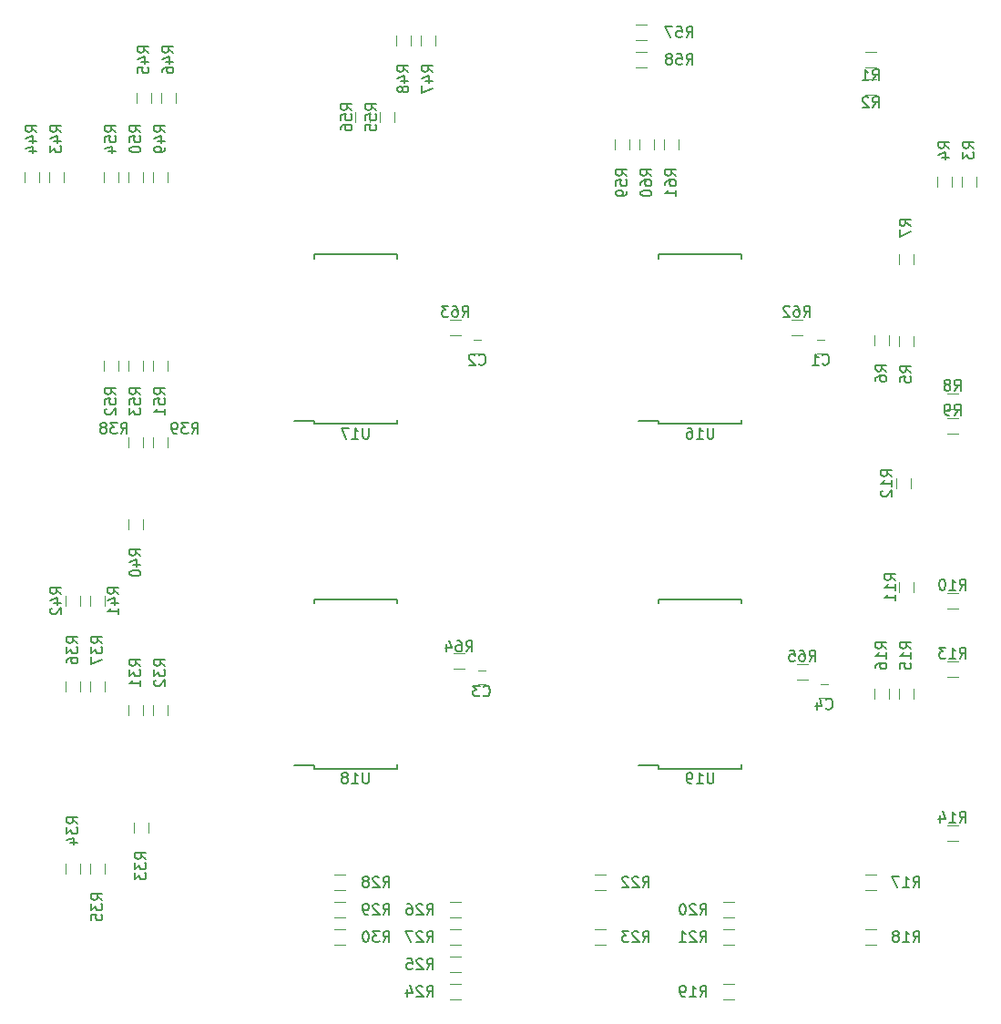
<source format=gbr>
G04 #@! TF.GenerationSoftware,KiCad,Pcbnew,(5.0.0)*
G04 #@! TF.CreationDate,2018-10-04T20:20:06-05:00*
G04 #@! TF.ProjectId,Conventional_Display,436F6E76656E74696F6E616C5F446973,rev?*
G04 #@! TF.SameCoordinates,Original*
G04 #@! TF.FileFunction,Legend,Bot*
G04 #@! TF.FilePolarity,Positive*
%FSLAX46Y46*%
G04 Gerber Fmt 4.6, Leading zero omitted, Abs format (unit mm)*
G04 Created by KiCad (PCBNEW (5.0.0)) date 10/04/18 20:20:06*
%MOMM*%
%LPD*%
G01*
G04 APERTURE LIST*
%ADD10C,0.120000*%
%ADD11C,0.150000*%
G04 APERTURE END LIST*
D10*
G04 #@! TO.C,R63*
X102116000Y-70530000D02*
X103116000Y-70530000D01*
X103116000Y-69170000D02*
X102116000Y-69170000D01*
D11*
G04 #@! TO.C,U16*
X121499400Y-78804500D02*
X121499400Y-78529500D01*
X129249400Y-78804500D02*
X129249400Y-78439500D01*
X129249400Y-63054500D02*
X129249400Y-63419500D01*
X121499400Y-63054500D02*
X121499400Y-63419500D01*
X121499400Y-78804500D02*
X129249400Y-78804500D01*
X121499400Y-63054500D02*
X129249400Y-63054500D01*
X121499400Y-78529500D02*
X119674400Y-78529500D01*
D10*
G04 #@! TO.C,C1*
X136236000Y-72228000D02*
X136936000Y-72228000D01*
X136936000Y-71028000D02*
X136236000Y-71028000D01*
G04 #@! TO.C,C2*
X104298000Y-72228000D02*
X104998000Y-72228000D01*
X104998000Y-71028000D02*
X104298000Y-71028000D01*
G04 #@! TO.C,C3*
X104704400Y-102962000D02*
X105404400Y-102962000D01*
X105404400Y-101762000D02*
X104704400Y-101762000D01*
G04 #@! TO.C,C4*
X136556000Y-104232000D02*
X137256000Y-104232000D01*
X137256000Y-103032000D02*
X136556000Y-103032000D01*
G04 #@! TO.C,R1*
X141724000Y-44278000D02*
X140724000Y-44278000D01*
X140724000Y-45638000D02*
X141724000Y-45638000D01*
G04 #@! TO.C,R2*
X141724000Y-46818000D02*
X140724000Y-46818000D01*
X140724000Y-48178000D02*
X141724000Y-48178000D01*
G04 #@! TO.C,R3*
X149688000Y-55804000D02*
X149688000Y-56804000D01*
X151048000Y-56804000D02*
X151048000Y-55804000D01*
G04 #@! TO.C,R4*
X147402000Y-55804000D02*
X147402000Y-56804000D01*
X148762000Y-56804000D02*
X148762000Y-55804000D01*
G04 #@! TO.C,R5*
X145206000Y-71620000D02*
X145206000Y-70620000D01*
X143846000Y-70620000D02*
X143846000Y-71620000D01*
G04 #@! TO.C,R6*
X142920000Y-71536000D02*
X142920000Y-70536000D01*
X141560000Y-70536000D02*
X141560000Y-71536000D01*
G04 #@! TO.C,R7*
X143846000Y-63000000D02*
X143846000Y-64000000D01*
X145206000Y-64000000D02*
X145206000Y-63000000D01*
G04 #@! TO.C,R8*
X148344000Y-77388000D02*
X149344000Y-77388000D01*
X149344000Y-76028000D02*
X148344000Y-76028000D01*
G04 #@! TO.C,R9*
X148344000Y-79674000D02*
X149344000Y-79674000D01*
X149344000Y-78314000D02*
X148344000Y-78314000D01*
G04 #@! TO.C,R10*
X148344000Y-95930000D02*
X149344000Y-95930000D01*
X149344000Y-94570000D02*
X148344000Y-94570000D01*
G04 #@! TO.C,R11*
X145206000Y-94480000D02*
X145206000Y-93480000D01*
X143846000Y-93480000D02*
X143846000Y-94480000D01*
G04 #@! TO.C,R12*
X143592000Y-83828000D02*
X143592000Y-84828000D01*
X144952000Y-84828000D02*
X144952000Y-83828000D01*
G04 #@! TO.C,R13*
X148344000Y-102280000D02*
X149344000Y-102280000D01*
X149344000Y-100920000D02*
X148344000Y-100920000D01*
G04 #@! TO.C,R14*
X148344000Y-117520000D02*
X149344000Y-117520000D01*
X149344000Y-116160000D02*
X148344000Y-116160000D01*
G04 #@! TO.C,R15*
X143846000Y-103386000D02*
X143846000Y-104386000D01*
X145206000Y-104386000D02*
X145206000Y-103386000D01*
G04 #@! TO.C,R16*
X141560000Y-103386000D02*
X141560000Y-104386000D01*
X142920000Y-104386000D02*
X142920000Y-103386000D01*
G04 #@! TO.C,R17*
X141724000Y-120732000D02*
X140724000Y-120732000D01*
X140724000Y-122092000D02*
X141724000Y-122092000D01*
G04 #@! TO.C,R18*
X141724000Y-125812000D02*
X140724000Y-125812000D01*
X140724000Y-127172000D02*
X141724000Y-127172000D01*
G04 #@! TO.C,R19*
X127516000Y-132252000D02*
X128516000Y-132252000D01*
X128516000Y-130892000D02*
X127516000Y-130892000D01*
G04 #@! TO.C,R20*
X127516000Y-124632000D02*
X128516000Y-124632000D01*
X128516000Y-123272000D02*
X127516000Y-123272000D01*
G04 #@! TO.C,R21*
X127516000Y-127172000D02*
X128516000Y-127172000D01*
X128516000Y-125812000D02*
X127516000Y-125812000D01*
G04 #@! TO.C,R22*
X116578000Y-120732000D02*
X115578000Y-120732000D01*
X115578000Y-122092000D02*
X116578000Y-122092000D01*
G04 #@! TO.C,R23*
X116578000Y-125812000D02*
X115578000Y-125812000D01*
X115578000Y-127172000D02*
X116578000Y-127172000D01*
G04 #@! TO.C,R24*
X102116000Y-132252000D02*
X103116000Y-132252000D01*
X103116000Y-130892000D02*
X102116000Y-130892000D01*
G04 #@! TO.C,R25*
X102116000Y-129712000D02*
X103116000Y-129712000D01*
X103116000Y-128352000D02*
X102116000Y-128352000D01*
G04 #@! TO.C,R26*
X102116000Y-124632000D02*
X103116000Y-124632000D01*
X103116000Y-123272000D02*
X102116000Y-123272000D01*
G04 #@! TO.C,R27*
X102116000Y-127172000D02*
X103116000Y-127172000D01*
X103116000Y-125812000D02*
X102116000Y-125812000D01*
G04 #@! TO.C,R28*
X92364000Y-120732000D02*
X91364000Y-120732000D01*
X91364000Y-122092000D02*
X92364000Y-122092000D01*
G04 #@! TO.C,R29*
X92364000Y-123272000D02*
X91364000Y-123272000D01*
X91364000Y-124632000D02*
X92364000Y-124632000D01*
G04 #@! TO.C,R30*
X92364000Y-125812000D02*
X91364000Y-125812000D01*
X91364000Y-127172000D02*
X92364000Y-127172000D01*
G04 #@! TO.C,R31*
X72218000Y-104910000D02*
X72218000Y-105910000D01*
X73578000Y-105910000D02*
X73578000Y-104910000D01*
G04 #@! TO.C,R32*
X74504000Y-104910000D02*
X74504000Y-105910000D01*
X75864000Y-105910000D02*
X75864000Y-104910000D01*
G04 #@! TO.C,R33*
X74086000Y-116832000D02*
X74086000Y-115832000D01*
X72726000Y-115832000D02*
X72726000Y-116832000D01*
G04 #@! TO.C,R34*
X67736000Y-120642000D02*
X67736000Y-119642000D01*
X66376000Y-119642000D02*
X66376000Y-120642000D01*
G04 #@! TO.C,R35*
X70022000Y-120642000D02*
X70022000Y-119642000D01*
X68662000Y-119642000D02*
X68662000Y-120642000D01*
G04 #@! TO.C,R36*
X66376000Y-102708000D02*
X66376000Y-103708000D01*
X67736000Y-103708000D02*
X67736000Y-102708000D01*
G04 #@! TO.C,R37*
X68662000Y-102708000D02*
X68662000Y-103708000D01*
X70022000Y-103708000D02*
X70022000Y-102708000D01*
G04 #@! TO.C,R38*
X72218000Y-80018000D02*
X72218000Y-81018000D01*
X73578000Y-81018000D02*
X73578000Y-80018000D01*
G04 #@! TO.C,R39*
X74504000Y-80018000D02*
X74504000Y-81018000D01*
X75864000Y-81018000D02*
X75864000Y-80018000D01*
G04 #@! TO.C,R40*
X73578000Y-88638000D02*
X73578000Y-87638000D01*
X72218000Y-87638000D02*
X72218000Y-88638000D01*
G04 #@! TO.C,R41*
X70022000Y-95750000D02*
X70022000Y-94750000D01*
X68662000Y-94750000D02*
X68662000Y-95750000D01*
G04 #@! TO.C,R42*
X67736000Y-95750000D02*
X67736000Y-94750000D01*
X66376000Y-94750000D02*
X66376000Y-95750000D01*
G04 #@! TO.C,R43*
X64852000Y-55380000D02*
X64852000Y-56380000D01*
X66212000Y-56380000D02*
X66212000Y-55380000D01*
G04 #@! TO.C,R44*
X62566000Y-55380000D02*
X62566000Y-56380000D01*
X63926000Y-56380000D02*
X63926000Y-55380000D01*
G04 #@! TO.C,R45*
X74340000Y-49014000D02*
X74340000Y-48014000D01*
X72980000Y-48014000D02*
X72980000Y-49014000D01*
G04 #@! TO.C,R46*
X76626000Y-49014000D02*
X76626000Y-48014000D01*
X75266000Y-48014000D02*
X75266000Y-49014000D01*
G04 #@! TO.C,R47*
X99396000Y-42680000D02*
X99396000Y-43680000D01*
X100756000Y-43680000D02*
X100756000Y-42680000D01*
G04 #@! TO.C,R48*
X97110000Y-42680000D02*
X97110000Y-43680000D01*
X98470000Y-43680000D02*
X98470000Y-42680000D01*
G04 #@! TO.C,R49*
X74504000Y-55380000D02*
X74504000Y-56380000D01*
X75864000Y-56380000D02*
X75864000Y-55380000D01*
G04 #@! TO.C,R50*
X72218000Y-55380000D02*
X72218000Y-56380000D01*
X73578000Y-56380000D02*
X73578000Y-55380000D01*
G04 #@! TO.C,R51*
X75864000Y-73906000D02*
X75864000Y-72906000D01*
X74504000Y-72906000D02*
X74504000Y-73906000D01*
G04 #@! TO.C,R52*
X71292000Y-73906000D02*
X71292000Y-72906000D01*
X69932000Y-72906000D02*
X69932000Y-73906000D01*
G04 #@! TO.C,R53*
X73578000Y-73906000D02*
X73578000Y-72906000D01*
X72218000Y-72906000D02*
X72218000Y-73906000D01*
G04 #@! TO.C,R54*
X69932000Y-55380000D02*
X69932000Y-56380000D01*
X71292000Y-56380000D02*
X71292000Y-55380000D01*
G04 #@! TO.C,R55*
X96946000Y-50792000D02*
X96946000Y-49792000D01*
X95586000Y-49792000D02*
X95586000Y-50792000D01*
G04 #@! TO.C,R56*
X94660000Y-50792000D02*
X94660000Y-49792000D01*
X93300000Y-49792000D02*
X93300000Y-50792000D01*
G04 #@! TO.C,R57*
X120388000Y-41738000D02*
X119388000Y-41738000D01*
X119388000Y-43098000D02*
X120388000Y-43098000D01*
G04 #@! TO.C,R58*
X120388000Y-44278000D02*
X119388000Y-44278000D01*
X119388000Y-45638000D02*
X120388000Y-45638000D01*
G04 #@! TO.C,R59*
X118790000Y-53332000D02*
X118790000Y-52332000D01*
X117430000Y-52332000D02*
X117430000Y-53332000D01*
G04 #@! TO.C,R60*
X121076000Y-53332000D02*
X121076000Y-52332000D01*
X119716000Y-52332000D02*
X119716000Y-53332000D01*
G04 #@! TO.C,R61*
X123362000Y-53332000D02*
X123362000Y-52332000D01*
X122002000Y-52332000D02*
X122002000Y-53332000D01*
G04 #@! TO.C,R62*
X133866000Y-70530000D02*
X134866000Y-70530000D01*
X134866000Y-69170000D02*
X133866000Y-69170000D01*
G04 #@! TO.C,R64*
X102438400Y-101518000D02*
X103438400Y-101518000D01*
X103438400Y-100158000D02*
X102438400Y-100158000D01*
G04 #@! TO.C,R65*
X134374000Y-102534000D02*
X135374000Y-102534000D01*
X135374000Y-101174000D02*
X134374000Y-101174000D01*
D11*
G04 #@! TO.C,U17*
X89470000Y-78804500D02*
X89470000Y-78529500D01*
X97220000Y-78804500D02*
X97220000Y-78439500D01*
X97220000Y-63054500D02*
X97220000Y-63419500D01*
X89470000Y-63054500D02*
X89470000Y-63419500D01*
X89470000Y-78804500D02*
X97220000Y-78804500D01*
X89470000Y-63054500D02*
X97220000Y-63054500D01*
X89470000Y-78529500D02*
X87645000Y-78529500D01*
G04 #@! TO.C,U18*
X89470000Y-110833900D02*
X89470000Y-110558900D01*
X97220000Y-110833900D02*
X97220000Y-110468900D01*
X97220000Y-95083900D02*
X97220000Y-95448900D01*
X89470000Y-95083900D02*
X89470000Y-95448900D01*
X89470000Y-110833900D02*
X97220000Y-110833900D01*
X89470000Y-95083900D02*
X97220000Y-95083900D01*
X89470000Y-110558900D02*
X87645000Y-110558900D01*
G04 #@! TO.C,U19*
X121499400Y-110833900D02*
X121499400Y-110558900D01*
X129249400Y-110833900D02*
X129249400Y-110468900D01*
X129249400Y-95083900D02*
X129249400Y-95448900D01*
X121499400Y-95083900D02*
X121499400Y-95448900D01*
X121499400Y-110833900D02*
X129249400Y-110833900D01*
X121499400Y-95083900D02*
X129249400Y-95083900D01*
X121499400Y-110558900D02*
X119674400Y-110558900D01*
G04 #@! TO.C,R63*
X103258857Y-68852380D02*
X103592190Y-68376190D01*
X103830285Y-68852380D02*
X103830285Y-67852380D01*
X103449333Y-67852380D01*
X103354095Y-67900000D01*
X103306476Y-67947619D01*
X103258857Y-68042857D01*
X103258857Y-68185714D01*
X103306476Y-68280952D01*
X103354095Y-68328571D01*
X103449333Y-68376190D01*
X103830285Y-68376190D01*
X102401714Y-67852380D02*
X102592190Y-67852380D01*
X102687428Y-67900000D01*
X102735047Y-67947619D01*
X102830285Y-68090476D01*
X102877904Y-68280952D01*
X102877904Y-68661904D01*
X102830285Y-68757142D01*
X102782666Y-68804761D01*
X102687428Y-68852380D01*
X102496952Y-68852380D01*
X102401714Y-68804761D01*
X102354095Y-68757142D01*
X102306476Y-68661904D01*
X102306476Y-68423809D01*
X102354095Y-68328571D01*
X102401714Y-68280952D01*
X102496952Y-68233333D01*
X102687428Y-68233333D01*
X102782666Y-68280952D01*
X102830285Y-68328571D01*
X102877904Y-68423809D01*
X101973142Y-67852380D02*
X101354095Y-67852380D01*
X101687428Y-68233333D01*
X101544571Y-68233333D01*
X101449333Y-68280952D01*
X101401714Y-68328571D01*
X101354095Y-68423809D01*
X101354095Y-68661904D01*
X101401714Y-68757142D01*
X101449333Y-68804761D01*
X101544571Y-68852380D01*
X101830285Y-68852380D01*
X101925523Y-68804761D01*
X101973142Y-68757142D01*
G04 #@! TO.C,U16*
X126612495Y-79181880D02*
X126612495Y-79991404D01*
X126564876Y-80086642D01*
X126517257Y-80134261D01*
X126422019Y-80181880D01*
X126231542Y-80181880D01*
X126136304Y-80134261D01*
X126088685Y-80086642D01*
X126041066Y-79991404D01*
X126041066Y-79181880D01*
X125041066Y-80181880D02*
X125612495Y-80181880D01*
X125326780Y-80181880D02*
X125326780Y-79181880D01*
X125422019Y-79324738D01*
X125517257Y-79419976D01*
X125612495Y-79467595D01*
X124183923Y-79181880D02*
X124374400Y-79181880D01*
X124469638Y-79229500D01*
X124517257Y-79277119D01*
X124612495Y-79419976D01*
X124660114Y-79610452D01*
X124660114Y-79991404D01*
X124612495Y-80086642D01*
X124564876Y-80134261D01*
X124469638Y-80181880D01*
X124279161Y-80181880D01*
X124183923Y-80134261D01*
X124136304Y-80086642D01*
X124088685Y-79991404D01*
X124088685Y-79753309D01*
X124136304Y-79658071D01*
X124183923Y-79610452D01*
X124279161Y-79562833D01*
X124469638Y-79562833D01*
X124564876Y-79610452D01*
X124612495Y-79658071D01*
X124660114Y-79753309D01*
G04 #@! TO.C,C1*
X136752666Y-73235142D02*
X136800285Y-73282761D01*
X136943142Y-73330380D01*
X137038380Y-73330380D01*
X137181238Y-73282761D01*
X137276476Y-73187523D01*
X137324095Y-73092285D01*
X137371714Y-72901809D01*
X137371714Y-72758952D01*
X137324095Y-72568476D01*
X137276476Y-72473238D01*
X137181238Y-72378000D01*
X137038380Y-72330380D01*
X136943142Y-72330380D01*
X136800285Y-72378000D01*
X136752666Y-72425619D01*
X135800285Y-73330380D02*
X136371714Y-73330380D01*
X136086000Y-73330380D02*
X136086000Y-72330380D01*
X136181238Y-72473238D01*
X136276476Y-72568476D01*
X136371714Y-72616095D01*
G04 #@! TO.C,C2*
X104814666Y-73235142D02*
X104862285Y-73282761D01*
X105005142Y-73330380D01*
X105100380Y-73330380D01*
X105243238Y-73282761D01*
X105338476Y-73187523D01*
X105386095Y-73092285D01*
X105433714Y-72901809D01*
X105433714Y-72758952D01*
X105386095Y-72568476D01*
X105338476Y-72473238D01*
X105243238Y-72378000D01*
X105100380Y-72330380D01*
X105005142Y-72330380D01*
X104862285Y-72378000D01*
X104814666Y-72425619D01*
X104433714Y-72425619D02*
X104386095Y-72378000D01*
X104290857Y-72330380D01*
X104052761Y-72330380D01*
X103957523Y-72378000D01*
X103909904Y-72425619D01*
X103862285Y-72520857D01*
X103862285Y-72616095D01*
X103909904Y-72758952D01*
X104481333Y-73330380D01*
X103862285Y-73330380D01*
G04 #@! TO.C,C3*
X105221066Y-104039942D02*
X105268685Y-104087561D01*
X105411542Y-104135180D01*
X105506780Y-104135180D01*
X105649638Y-104087561D01*
X105744876Y-103992323D01*
X105792495Y-103897085D01*
X105840114Y-103706609D01*
X105840114Y-103563752D01*
X105792495Y-103373276D01*
X105744876Y-103278038D01*
X105649638Y-103182800D01*
X105506780Y-103135180D01*
X105411542Y-103135180D01*
X105268685Y-103182800D01*
X105221066Y-103230419D01*
X104887733Y-103135180D02*
X104268685Y-103135180D01*
X104602019Y-103516133D01*
X104459161Y-103516133D01*
X104363923Y-103563752D01*
X104316304Y-103611371D01*
X104268685Y-103706609D01*
X104268685Y-103944704D01*
X104316304Y-104039942D01*
X104363923Y-104087561D01*
X104459161Y-104135180D01*
X104744876Y-104135180D01*
X104840114Y-104087561D01*
X104887733Y-104039942D01*
G04 #@! TO.C,C4*
X137072666Y-105239142D02*
X137120285Y-105286761D01*
X137263142Y-105334380D01*
X137358380Y-105334380D01*
X137501238Y-105286761D01*
X137596476Y-105191523D01*
X137644095Y-105096285D01*
X137691714Y-104905809D01*
X137691714Y-104762952D01*
X137644095Y-104572476D01*
X137596476Y-104477238D01*
X137501238Y-104382000D01*
X137358380Y-104334380D01*
X137263142Y-104334380D01*
X137120285Y-104382000D01*
X137072666Y-104429619D01*
X136215523Y-104667714D02*
X136215523Y-105334380D01*
X136453619Y-104286761D02*
X136691714Y-105001047D01*
X136072666Y-105001047D01*
G04 #@! TO.C,R1*
X141390666Y-46860380D02*
X141724000Y-46384190D01*
X141962095Y-46860380D02*
X141962095Y-45860380D01*
X141581142Y-45860380D01*
X141485904Y-45908000D01*
X141438285Y-45955619D01*
X141390666Y-46050857D01*
X141390666Y-46193714D01*
X141438285Y-46288952D01*
X141485904Y-46336571D01*
X141581142Y-46384190D01*
X141962095Y-46384190D01*
X140438285Y-46860380D02*
X141009714Y-46860380D01*
X140724000Y-46860380D02*
X140724000Y-45860380D01*
X140819238Y-46003238D01*
X140914476Y-46098476D01*
X141009714Y-46146095D01*
G04 #@! TO.C,R2*
X141390666Y-49400380D02*
X141724000Y-48924190D01*
X141962095Y-49400380D02*
X141962095Y-48400380D01*
X141581142Y-48400380D01*
X141485904Y-48448000D01*
X141438285Y-48495619D01*
X141390666Y-48590857D01*
X141390666Y-48733714D01*
X141438285Y-48828952D01*
X141485904Y-48876571D01*
X141581142Y-48924190D01*
X141962095Y-48924190D01*
X141009714Y-48495619D02*
X140962095Y-48448000D01*
X140866857Y-48400380D01*
X140628761Y-48400380D01*
X140533523Y-48448000D01*
X140485904Y-48495619D01*
X140438285Y-48590857D01*
X140438285Y-48686095D01*
X140485904Y-48828952D01*
X141057333Y-49400380D01*
X140438285Y-49400380D01*
G04 #@! TO.C,R3*
X150820380Y-53190933D02*
X150344190Y-52857600D01*
X150820380Y-52619504D02*
X149820380Y-52619504D01*
X149820380Y-53000457D01*
X149868000Y-53095695D01*
X149915619Y-53143314D01*
X150010857Y-53190933D01*
X150153714Y-53190933D01*
X150248952Y-53143314D01*
X150296571Y-53095695D01*
X150344190Y-53000457D01*
X150344190Y-52619504D01*
X149820380Y-53524266D02*
X149820380Y-54143314D01*
X150201333Y-53809980D01*
X150201333Y-53952838D01*
X150248952Y-54048076D01*
X150296571Y-54095695D01*
X150391809Y-54143314D01*
X150629904Y-54143314D01*
X150725142Y-54095695D01*
X150772761Y-54048076D01*
X150820380Y-53952838D01*
X150820380Y-53667123D01*
X150772761Y-53571885D01*
X150725142Y-53524266D01*
G04 #@! TO.C,R4*
X148534380Y-53190933D02*
X148058190Y-52857600D01*
X148534380Y-52619504D02*
X147534380Y-52619504D01*
X147534380Y-53000457D01*
X147582000Y-53095695D01*
X147629619Y-53143314D01*
X147724857Y-53190933D01*
X147867714Y-53190933D01*
X147962952Y-53143314D01*
X148010571Y-53095695D01*
X148058190Y-53000457D01*
X148058190Y-52619504D01*
X147867714Y-54048076D02*
X148534380Y-54048076D01*
X147486761Y-53809980D02*
X148201047Y-53571885D01*
X148201047Y-54190933D01*
G04 #@! TO.C,R5*
X144978380Y-74001333D02*
X144502190Y-73668000D01*
X144978380Y-73429904D02*
X143978380Y-73429904D01*
X143978380Y-73810857D01*
X144026000Y-73906095D01*
X144073619Y-73953714D01*
X144168857Y-74001333D01*
X144311714Y-74001333D01*
X144406952Y-73953714D01*
X144454571Y-73906095D01*
X144502190Y-73810857D01*
X144502190Y-73429904D01*
X143978380Y-74906095D02*
X143978380Y-74429904D01*
X144454571Y-74382285D01*
X144406952Y-74429904D01*
X144359333Y-74525142D01*
X144359333Y-74763238D01*
X144406952Y-74858476D01*
X144454571Y-74906095D01*
X144549809Y-74953714D01*
X144787904Y-74953714D01*
X144883142Y-74906095D01*
X144930761Y-74858476D01*
X144978380Y-74763238D01*
X144978380Y-74525142D01*
X144930761Y-74429904D01*
X144883142Y-74382285D01*
G04 #@! TO.C,R6*
X142692380Y-73917333D02*
X142216190Y-73584000D01*
X142692380Y-73345904D02*
X141692380Y-73345904D01*
X141692380Y-73726857D01*
X141740000Y-73822095D01*
X141787619Y-73869714D01*
X141882857Y-73917333D01*
X142025714Y-73917333D01*
X142120952Y-73869714D01*
X142168571Y-73822095D01*
X142216190Y-73726857D01*
X142216190Y-73345904D01*
X141692380Y-74774476D02*
X141692380Y-74584000D01*
X141740000Y-74488761D01*
X141787619Y-74441142D01*
X141930476Y-74345904D01*
X142120952Y-74298285D01*
X142501904Y-74298285D01*
X142597142Y-74345904D01*
X142644761Y-74393523D01*
X142692380Y-74488761D01*
X142692380Y-74679238D01*
X142644761Y-74774476D01*
X142597142Y-74822095D01*
X142501904Y-74869714D01*
X142263809Y-74869714D01*
X142168571Y-74822095D01*
X142120952Y-74774476D01*
X142073333Y-74679238D01*
X142073333Y-74488761D01*
X142120952Y-74393523D01*
X142168571Y-74345904D01*
X142263809Y-74298285D01*
G04 #@! TO.C,R7*
X144927580Y-60386933D02*
X144451390Y-60053600D01*
X144927580Y-59815504D02*
X143927580Y-59815504D01*
X143927580Y-60196457D01*
X143975200Y-60291695D01*
X144022819Y-60339314D01*
X144118057Y-60386933D01*
X144260914Y-60386933D01*
X144356152Y-60339314D01*
X144403771Y-60291695D01*
X144451390Y-60196457D01*
X144451390Y-59815504D01*
X143927580Y-60720266D02*
X143927580Y-61386933D01*
X144927580Y-60958361D01*
G04 #@! TO.C,R8*
X149010666Y-75710380D02*
X149344000Y-75234190D01*
X149582095Y-75710380D02*
X149582095Y-74710380D01*
X149201142Y-74710380D01*
X149105904Y-74758000D01*
X149058285Y-74805619D01*
X149010666Y-74900857D01*
X149010666Y-75043714D01*
X149058285Y-75138952D01*
X149105904Y-75186571D01*
X149201142Y-75234190D01*
X149582095Y-75234190D01*
X148439238Y-75138952D02*
X148534476Y-75091333D01*
X148582095Y-75043714D01*
X148629714Y-74948476D01*
X148629714Y-74900857D01*
X148582095Y-74805619D01*
X148534476Y-74758000D01*
X148439238Y-74710380D01*
X148248761Y-74710380D01*
X148153523Y-74758000D01*
X148105904Y-74805619D01*
X148058285Y-74900857D01*
X148058285Y-74948476D01*
X148105904Y-75043714D01*
X148153523Y-75091333D01*
X148248761Y-75138952D01*
X148439238Y-75138952D01*
X148534476Y-75186571D01*
X148582095Y-75234190D01*
X148629714Y-75329428D01*
X148629714Y-75519904D01*
X148582095Y-75615142D01*
X148534476Y-75662761D01*
X148439238Y-75710380D01*
X148248761Y-75710380D01*
X148153523Y-75662761D01*
X148105904Y-75615142D01*
X148058285Y-75519904D01*
X148058285Y-75329428D01*
X148105904Y-75234190D01*
X148153523Y-75186571D01*
X148248761Y-75138952D01*
G04 #@! TO.C,R9*
X149010666Y-77996380D02*
X149344000Y-77520190D01*
X149582095Y-77996380D02*
X149582095Y-76996380D01*
X149201142Y-76996380D01*
X149105904Y-77044000D01*
X149058285Y-77091619D01*
X149010666Y-77186857D01*
X149010666Y-77329714D01*
X149058285Y-77424952D01*
X149105904Y-77472571D01*
X149201142Y-77520190D01*
X149582095Y-77520190D01*
X148534476Y-77996380D02*
X148344000Y-77996380D01*
X148248761Y-77948761D01*
X148201142Y-77901142D01*
X148105904Y-77758285D01*
X148058285Y-77567809D01*
X148058285Y-77186857D01*
X148105904Y-77091619D01*
X148153523Y-77044000D01*
X148248761Y-76996380D01*
X148439238Y-76996380D01*
X148534476Y-77044000D01*
X148582095Y-77091619D01*
X148629714Y-77186857D01*
X148629714Y-77424952D01*
X148582095Y-77520190D01*
X148534476Y-77567809D01*
X148439238Y-77615428D01*
X148248761Y-77615428D01*
X148153523Y-77567809D01*
X148105904Y-77520190D01*
X148058285Y-77424952D01*
G04 #@! TO.C,R10*
X149486857Y-94252380D02*
X149820190Y-93776190D01*
X150058285Y-94252380D02*
X150058285Y-93252380D01*
X149677333Y-93252380D01*
X149582095Y-93300000D01*
X149534476Y-93347619D01*
X149486857Y-93442857D01*
X149486857Y-93585714D01*
X149534476Y-93680952D01*
X149582095Y-93728571D01*
X149677333Y-93776190D01*
X150058285Y-93776190D01*
X148534476Y-94252380D02*
X149105904Y-94252380D01*
X148820190Y-94252380D02*
X148820190Y-93252380D01*
X148915428Y-93395238D01*
X149010666Y-93490476D01*
X149105904Y-93538095D01*
X147915428Y-93252380D02*
X147820190Y-93252380D01*
X147724952Y-93300000D01*
X147677333Y-93347619D01*
X147629714Y-93442857D01*
X147582095Y-93633333D01*
X147582095Y-93871428D01*
X147629714Y-94061904D01*
X147677333Y-94157142D01*
X147724952Y-94204761D01*
X147820190Y-94252380D01*
X147915428Y-94252380D01*
X148010666Y-94204761D01*
X148058285Y-94157142D01*
X148105904Y-94061904D01*
X148153523Y-93871428D01*
X148153523Y-93633333D01*
X148105904Y-93442857D01*
X148058285Y-93347619D01*
X148010666Y-93300000D01*
X147915428Y-93252380D01*
G04 #@! TO.C,R11*
X143528380Y-93337142D02*
X143052190Y-93003809D01*
X143528380Y-92765714D02*
X142528380Y-92765714D01*
X142528380Y-93146666D01*
X142576000Y-93241904D01*
X142623619Y-93289523D01*
X142718857Y-93337142D01*
X142861714Y-93337142D01*
X142956952Y-93289523D01*
X143004571Y-93241904D01*
X143052190Y-93146666D01*
X143052190Y-92765714D01*
X143528380Y-94289523D02*
X143528380Y-93718095D01*
X143528380Y-94003809D02*
X142528380Y-94003809D01*
X142671238Y-93908571D01*
X142766476Y-93813333D01*
X142814095Y-93718095D01*
X143528380Y-95241904D02*
X143528380Y-94670476D01*
X143528380Y-94956190D02*
X142528380Y-94956190D01*
X142671238Y-94860952D01*
X142766476Y-94765714D01*
X142814095Y-94670476D01*
G04 #@! TO.C,R12*
X143200380Y-83685142D02*
X142724190Y-83351809D01*
X143200380Y-83113714D02*
X142200380Y-83113714D01*
X142200380Y-83494666D01*
X142248000Y-83589904D01*
X142295619Y-83637523D01*
X142390857Y-83685142D01*
X142533714Y-83685142D01*
X142628952Y-83637523D01*
X142676571Y-83589904D01*
X142724190Y-83494666D01*
X142724190Y-83113714D01*
X143200380Y-84637523D02*
X143200380Y-84066095D01*
X143200380Y-84351809D02*
X142200380Y-84351809D01*
X142343238Y-84256571D01*
X142438476Y-84161333D01*
X142486095Y-84066095D01*
X142295619Y-85018476D02*
X142248000Y-85066095D01*
X142200380Y-85161333D01*
X142200380Y-85399428D01*
X142248000Y-85494666D01*
X142295619Y-85542285D01*
X142390857Y-85589904D01*
X142486095Y-85589904D01*
X142628952Y-85542285D01*
X143200380Y-84970857D01*
X143200380Y-85589904D01*
G04 #@! TO.C,R13*
X149486857Y-100602380D02*
X149820190Y-100126190D01*
X150058285Y-100602380D02*
X150058285Y-99602380D01*
X149677333Y-99602380D01*
X149582095Y-99650000D01*
X149534476Y-99697619D01*
X149486857Y-99792857D01*
X149486857Y-99935714D01*
X149534476Y-100030952D01*
X149582095Y-100078571D01*
X149677333Y-100126190D01*
X150058285Y-100126190D01*
X148534476Y-100602380D02*
X149105904Y-100602380D01*
X148820190Y-100602380D02*
X148820190Y-99602380D01*
X148915428Y-99745238D01*
X149010666Y-99840476D01*
X149105904Y-99888095D01*
X148201142Y-99602380D02*
X147582095Y-99602380D01*
X147915428Y-99983333D01*
X147772571Y-99983333D01*
X147677333Y-100030952D01*
X147629714Y-100078571D01*
X147582095Y-100173809D01*
X147582095Y-100411904D01*
X147629714Y-100507142D01*
X147677333Y-100554761D01*
X147772571Y-100602380D01*
X148058285Y-100602380D01*
X148153523Y-100554761D01*
X148201142Y-100507142D01*
G04 #@! TO.C,R14*
X149486857Y-115842380D02*
X149820190Y-115366190D01*
X150058285Y-115842380D02*
X150058285Y-114842380D01*
X149677333Y-114842380D01*
X149582095Y-114890000D01*
X149534476Y-114937619D01*
X149486857Y-115032857D01*
X149486857Y-115175714D01*
X149534476Y-115270952D01*
X149582095Y-115318571D01*
X149677333Y-115366190D01*
X150058285Y-115366190D01*
X148534476Y-115842380D02*
X149105904Y-115842380D01*
X148820190Y-115842380D02*
X148820190Y-114842380D01*
X148915428Y-114985238D01*
X149010666Y-115080476D01*
X149105904Y-115128095D01*
X147677333Y-115175714D02*
X147677333Y-115842380D01*
X147915428Y-114794761D02*
X148153523Y-115509047D01*
X147534476Y-115509047D01*
G04 #@! TO.C,R15*
X144978380Y-99687142D02*
X144502190Y-99353809D01*
X144978380Y-99115714D02*
X143978380Y-99115714D01*
X143978380Y-99496666D01*
X144026000Y-99591904D01*
X144073619Y-99639523D01*
X144168857Y-99687142D01*
X144311714Y-99687142D01*
X144406952Y-99639523D01*
X144454571Y-99591904D01*
X144502190Y-99496666D01*
X144502190Y-99115714D01*
X144978380Y-100639523D02*
X144978380Y-100068095D01*
X144978380Y-100353809D02*
X143978380Y-100353809D01*
X144121238Y-100258571D01*
X144216476Y-100163333D01*
X144264095Y-100068095D01*
X143978380Y-101544285D02*
X143978380Y-101068095D01*
X144454571Y-101020476D01*
X144406952Y-101068095D01*
X144359333Y-101163333D01*
X144359333Y-101401428D01*
X144406952Y-101496666D01*
X144454571Y-101544285D01*
X144549809Y-101591904D01*
X144787904Y-101591904D01*
X144883142Y-101544285D01*
X144930761Y-101496666D01*
X144978380Y-101401428D01*
X144978380Y-101163333D01*
X144930761Y-101068095D01*
X144883142Y-101020476D01*
G04 #@! TO.C,R16*
X142692380Y-99687142D02*
X142216190Y-99353809D01*
X142692380Y-99115714D02*
X141692380Y-99115714D01*
X141692380Y-99496666D01*
X141740000Y-99591904D01*
X141787619Y-99639523D01*
X141882857Y-99687142D01*
X142025714Y-99687142D01*
X142120952Y-99639523D01*
X142168571Y-99591904D01*
X142216190Y-99496666D01*
X142216190Y-99115714D01*
X142692380Y-100639523D02*
X142692380Y-100068095D01*
X142692380Y-100353809D02*
X141692380Y-100353809D01*
X141835238Y-100258571D01*
X141930476Y-100163333D01*
X141978095Y-100068095D01*
X141692380Y-101496666D02*
X141692380Y-101306190D01*
X141740000Y-101210952D01*
X141787619Y-101163333D01*
X141930476Y-101068095D01*
X142120952Y-101020476D01*
X142501904Y-101020476D01*
X142597142Y-101068095D01*
X142644761Y-101115714D01*
X142692380Y-101210952D01*
X142692380Y-101401428D01*
X142644761Y-101496666D01*
X142597142Y-101544285D01*
X142501904Y-101591904D01*
X142263809Y-101591904D01*
X142168571Y-101544285D01*
X142120952Y-101496666D01*
X142073333Y-101401428D01*
X142073333Y-101210952D01*
X142120952Y-101115714D01*
X142168571Y-101068095D01*
X142263809Y-101020476D01*
G04 #@! TO.C,R17*
X145168857Y-121864380D02*
X145502190Y-121388190D01*
X145740285Y-121864380D02*
X145740285Y-120864380D01*
X145359333Y-120864380D01*
X145264095Y-120912000D01*
X145216476Y-120959619D01*
X145168857Y-121054857D01*
X145168857Y-121197714D01*
X145216476Y-121292952D01*
X145264095Y-121340571D01*
X145359333Y-121388190D01*
X145740285Y-121388190D01*
X144216476Y-121864380D02*
X144787904Y-121864380D01*
X144502190Y-121864380D02*
X144502190Y-120864380D01*
X144597428Y-121007238D01*
X144692666Y-121102476D01*
X144787904Y-121150095D01*
X143883142Y-120864380D02*
X143216476Y-120864380D01*
X143645047Y-121864380D01*
G04 #@! TO.C,R18*
X145168857Y-126944380D02*
X145502190Y-126468190D01*
X145740285Y-126944380D02*
X145740285Y-125944380D01*
X145359333Y-125944380D01*
X145264095Y-125992000D01*
X145216476Y-126039619D01*
X145168857Y-126134857D01*
X145168857Y-126277714D01*
X145216476Y-126372952D01*
X145264095Y-126420571D01*
X145359333Y-126468190D01*
X145740285Y-126468190D01*
X144216476Y-126944380D02*
X144787904Y-126944380D01*
X144502190Y-126944380D02*
X144502190Y-125944380D01*
X144597428Y-126087238D01*
X144692666Y-126182476D01*
X144787904Y-126230095D01*
X143645047Y-126372952D02*
X143740285Y-126325333D01*
X143787904Y-126277714D01*
X143835523Y-126182476D01*
X143835523Y-126134857D01*
X143787904Y-126039619D01*
X143740285Y-125992000D01*
X143645047Y-125944380D01*
X143454571Y-125944380D01*
X143359333Y-125992000D01*
X143311714Y-126039619D01*
X143264095Y-126134857D01*
X143264095Y-126182476D01*
X143311714Y-126277714D01*
X143359333Y-126325333D01*
X143454571Y-126372952D01*
X143645047Y-126372952D01*
X143740285Y-126420571D01*
X143787904Y-126468190D01*
X143835523Y-126563428D01*
X143835523Y-126753904D01*
X143787904Y-126849142D01*
X143740285Y-126896761D01*
X143645047Y-126944380D01*
X143454571Y-126944380D01*
X143359333Y-126896761D01*
X143311714Y-126849142D01*
X143264095Y-126753904D01*
X143264095Y-126563428D01*
X143311714Y-126468190D01*
X143359333Y-126420571D01*
X143454571Y-126372952D01*
G04 #@! TO.C,R19*
X125356857Y-132024380D02*
X125690190Y-131548190D01*
X125928285Y-132024380D02*
X125928285Y-131024380D01*
X125547333Y-131024380D01*
X125452095Y-131072000D01*
X125404476Y-131119619D01*
X125356857Y-131214857D01*
X125356857Y-131357714D01*
X125404476Y-131452952D01*
X125452095Y-131500571D01*
X125547333Y-131548190D01*
X125928285Y-131548190D01*
X124404476Y-132024380D02*
X124975904Y-132024380D01*
X124690190Y-132024380D02*
X124690190Y-131024380D01*
X124785428Y-131167238D01*
X124880666Y-131262476D01*
X124975904Y-131310095D01*
X123928285Y-132024380D02*
X123737809Y-132024380D01*
X123642571Y-131976761D01*
X123594952Y-131929142D01*
X123499714Y-131786285D01*
X123452095Y-131595809D01*
X123452095Y-131214857D01*
X123499714Y-131119619D01*
X123547333Y-131072000D01*
X123642571Y-131024380D01*
X123833047Y-131024380D01*
X123928285Y-131072000D01*
X123975904Y-131119619D01*
X124023523Y-131214857D01*
X124023523Y-131452952D01*
X123975904Y-131548190D01*
X123928285Y-131595809D01*
X123833047Y-131643428D01*
X123642571Y-131643428D01*
X123547333Y-131595809D01*
X123499714Y-131548190D01*
X123452095Y-131452952D01*
G04 #@! TO.C,R20*
X125356857Y-124404380D02*
X125690190Y-123928190D01*
X125928285Y-124404380D02*
X125928285Y-123404380D01*
X125547333Y-123404380D01*
X125452095Y-123452000D01*
X125404476Y-123499619D01*
X125356857Y-123594857D01*
X125356857Y-123737714D01*
X125404476Y-123832952D01*
X125452095Y-123880571D01*
X125547333Y-123928190D01*
X125928285Y-123928190D01*
X124975904Y-123499619D02*
X124928285Y-123452000D01*
X124833047Y-123404380D01*
X124594952Y-123404380D01*
X124499714Y-123452000D01*
X124452095Y-123499619D01*
X124404476Y-123594857D01*
X124404476Y-123690095D01*
X124452095Y-123832952D01*
X125023523Y-124404380D01*
X124404476Y-124404380D01*
X123785428Y-123404380D02*
X123690190Y-123404380D01*
X123594952Y-123452000D01*
X123547333Y-123499619D01*
X123499714Y-123594857D01*
X123452095Y-123785333D01*
X123452095Y-124023428D01*
X123499714Y-124213904D01*
X123547333Y-124309142D01*
X123594952Y-124356761D01*
X123690190Y-124404380D01*
X123785428Y-124404380D01*
X123880666Y-124356761D01*
X123928285Y-124309142D01*
X123975904Y-124213904D01*
X124023523Y-124023428D01*
X124023523Y-123785333D01*
X123975904Y-123594857D01*
X123928285Y-123499619D01*
X123880666Y-123452000D01*
X123785428Y-123404380D01*
G04 #@! TO.C,R21*
X125356857Y-126944380D02*
X125690190Y-126468190D01*
X125928285Y-126944380D02*
X125928285Y-125944380D01*
X125547333Y-125944380D01*
X125452095Y-125992000D01*
X125404476Y-126039619D01*
X125356857Y-126134857D01*
X125356857Y-126277714D01*
X125404476Y-126372952D01*
X125452095Y-126420571D01*
X125547333Y-126468190D01*
X125928285Y-126468190D01*
X124975904Y-126039619D02*
X124928285Y-125992000D01*
X124833047Y-125944380D01*
X124594952Y-125944380D01*
X124499714Y-125992000D01*
X124452095Y-126039619D01*
X124404476Y-126134857D01*
X124404476Y-126230095D01*
X124452095Y-126372952D01*
X125023523Y-126944380D01*
X124404476Y-126944380D01*
X123452095Y-126944380D02*
X124023523Y-126944380D01*
X123737809Y-126944380D02*
X123737809Y-125944380D01*
X123833047Y-126087238D01*
X123928285Y-126182476D01*
X124023523Y-126230095D01*
G04 #@! TO.C,R22*
X120022857Y-121864380D02*
X120356190Y-121388190D01*
X120594285Y-121864380D02*
X120594285Y-120864380D01*
X120213333Y-120864380D01*
X120118095Y-120912000D01*
X120070476Y-120959619D01*
X120022857Y-121054857D01*
X120022857Y-121197714D01*
X120070476Y-121292952D01*
X120118095Y-121340571D01*
X120213333Y-121388190D01*
X120594285Y-121388190D01*
X119641904Y-120959619D02*
X119594285Y-120912000D01*
X119499047Y-120864380D01*
X119260952Y-120864380D01*
X119165714Y-120912000D01*
X119118095Y-120959619D01*
X119070476Y-121054857D01*
X119070476Y-121150095D01*
X119118095Y-121292952D01*
X119689523Y-121864380D01*
X119070476Y-121864380D01*
X118689523Y-120959619D02*
X118641904Y-120912000D01*
X118546666Y-120864380D01*
X118308571Y-120864380D01*
X118213333Y-120912000D01*
X118165714Y-120959619D01*
X118118095Y-121054857D01*
X118118095Y-121150095D01*
X118165714Y-121292952D01*
X118737142Y-121864380D01*
X118118095Y-121864380D01*
G04 #@! TO.C,R23*
X120022857Y-126944380D02*
X120356190Y-126468190D01*
X120594285Y-126944380D02*
X120594285Y-125944380D01*
X120213333Y-125944380D01*
X120118095Y-125992000D01*
X120070476Y-126039619D01*
X120022857Y-126134857D01*
X120022857Y-126277714D01*
X120070476Y-126372952D01*
X120118095Y-126420571D01*
X120213333Y-126468190D01*
X120594285Y-126468190D01*
X119641904Y-126039619D02*
X119594285Y-125992000D01*
X119499047Y-125944380D01*
X119260952Y-125944380D01*
X119165714Y-125992000D01*
X119118095Y-126039619D01*
X119070476Y-126134857D01*
X119070476Y-126230095D01*
X119118095Y-126372952D01*
X119689523Y-126944380D01*
X119070476Y-126944380D01*
X118737142Y-125944380D02*
X118118095Y-125944380D01*
X118451428Y-126325333D01*
X118308571Y-126325333D01*
X118213333Y-126372952D01*
X118165714Y-126420571D01*
X118118095Y-126515809D01*
X118118095Y-126753904D01*
X118165714Y-126849142D01*
X118213333Y-126896761D01*
X118308571Y-126944380D01*
X118594285Y-126944380D01*
X118689523Y-126896761D01*
X118737142Y-126849142D01*
G04 #@! TO.C,R24*
X99956857Y-132024380D02*
X100290190Y-131548190D01*
X100528285Y-132024380D02*
X100528285Y-131024380D01*
X100147333Y-131024380D01*
X100052095Y-131072000D01*
X100004476Y-131119619D01*
X99956857Y-131214857D01*
X99956857Y-131357714D01*
X100004476Y-131452952D01*
X100052095Y-131500571D01*
X100147333Y-131548190D01*
X100528285Y-131548190D01*
X99575904Y-131119619D02*
X99528285Y-131072000D01*
X99433047Y-131024380D01*
X99194952Y-131024380D01*
X99099714Y-131072000D01*
X99052095Y-131119619D01*
X99004476Y-131214857D01*
X99004476Y-131310095D01*
X99052095Y-131452952D01*
X99623523Y-132024380D01*
X99004476Y-132024380D01*
X98147333Y-131357714D02*
X98147333Y-132024380D01*
X98385428Y-130976761D02*
X98623523Y-131691047D01*
X98004476Y-131691047D01*
G04 #@! TO.C,R25*
X99956857Y-129484380D02*
X100290190Y-129008190D01*
X100528285Y-129484380D02*
X100528285Y-128484380D01*
X100147333Y-128484380D01*
X100052095Y-128532000D01*
X100004476Y-128579619D01*
X99956857Y-128674857D01*
X99956857Y-128817714D01*
X100004476Y-128912952D01*
X100052095Y-128960571D01*
X100147333Y-129008190D01*
X100528285Y-129008190D01*
X99575904Y-128579619D02*
X99528285Y-128532000D01*
X99433047Y-128484380D01*
X99194952Y-128484380D01*
X99099714Y-128532000D01*
X99052095Y-128579619D01*
X99004476Y-128674857D01*
X99004476Y-128770095D01*
X99052095Y-128912952D01*
X99623523Y-129484380D01*
X99004476Y-129484380D01*
X98099714Y-128484380D02*
X98575904Y-128484380D01*
X98623523Y-128960571D01*
X98575904Y-128912952D01*
X98480666Y-128865333D01*
X98242571Y-128865333D01*
X98147333Y-128912952D01*
X98099714Y-128960571D01*
X98052095Y-129055809D01*
X98052095Y-129293904D01*
X98099714Y-129389142D01*
X98147333Y-129436761D01*
X98242571Y-129484380D01*
X98480666Y-129484380D01*
X98575904Y-129436761D01*
X98623523Y-129389142D01*
G04 #@! TO.C,R26*
X99956857Y-124404380D02*
X100290190Y-123928190D01*
X100528285Y-124404380D02*
X100528285Y-123404380D01*
X100147333Y-123404380D01*
X100052095Y-123452000D01*
X100004476Y-123499619D01*
X99956857Y-123594857D01*
X99956857Y-123737714D01*
X100004476Y-123832952D01*
X100052095Y-123880571D01*
X100147333Y-123928190D01*
X100528285Y-123928190D01*
X99575904Y-123499619D02*
X99528285Y-123452000D01*
X99433047Y-123404380D01*
X99194952Y-123404380D01*
X99099714Y-123452000D01*
X99052095Y-123499619D01*
X99004476Y-123594857D01*
X99004476Y-123690095D01*
X99052095Y-123832952D01*
X99623523Y-124404380D01*
X99004476Y-124404380D01*
X98147333Y-123404380D02*
X98337809Y-123404380D01*
X98433047Y-123452000D01*
X98480666Y-123499619D01*
X98575904Y-123642476D01*
X98623523Y-123832952D01*
X98623523Y-124213904D01*
X98575904Y-124309142D01*
X98528285Y-124356761D01*
X98433047Y-124404380D01*
X98242571Y-124404380D01*
X98147333Y-124356761D01*
X98099714Y-124309142D01*
X98052095Y-124213904D01*
X98052095Y-123975809D01*
X98099714Y-123880571D01*
X98147333Y-123832952D01*
X98242571Y-123785333D01*
X98433047Y-123785333D01*
X98528285Y-123832952D01*
X98575904Y-123880571D01*
X98623523Y-123975809D01*
G04 #@! TO.C,R27*
X99956857Y-126944380D02*
X100290190Y-126468190D01*
X100528285Y-126944380D02*
X100528285Y-125944380D01*
X100147333Y-125944380D01*
X100052095Y-125992000D01*
X100004476Y-126039619D01*
X99956857Y-126134857D01*
X99956857Y-126277714D01*
X100004476Y-126372952D01*
X100052095Y-126420571D01*
X100147333Y-126468190D01*
X100528285Y-126468190D01*
X99575904Y-126039619D02*
X99528285Y-125992000D01*
X99433047Y-125944380D01*
X99194952Y-125944380D01*
X99099714Y-125992000D01*
X99052095Y-126039619D01*
X99004476Y-126134857D01*
X99004476Y-126230095D01*
X99052095Y-126372952D01*
X99623523Y-126944380D01*
X99004476Y-126944380D01*
X98671142Y-125944380D02*
X98004476Y-125944380D01*
X98433047Y-126944380D01*
G04 #@! TO.C,R28*
X95892857Y-121864380D02*
X96226190Y-121388190D01*
X96464285Y-121864380D02*
X96464285Y-120864380D01*
X96083333Y-120864380D01*
X95988095Y-120912000D01*
X95940476Y-120959619D01*
X95892857Y-121054857D01*
X95892857Y-121197714D01*
X95940476Y-121292952D01*
X95988095Y-121340571D01*
X96083333Y-121388190D01*
X96464285Y-121388190D01*
X95511904Y-120959619D02*
X95464285Y-120912000D01*
X95369047Y-120864380D01*
X95130952Y-120864380D01*
X95035714Y-120912000D01*
X94988095Y-120959619D01*
X94940476Y-121054857D01*
X94940476Y-121150095D01*
X94988095Y-121292952D01*
X95559523Y-121864380D01*
X94940476Y-121864380D01*
X94369047Y-121292952D02*
X94464285Y-121245333D01*
X94511904Y-121197714D01*
X94559523Y-121102476D01*
X94559523Y-121054857D01*
X94511904Y-120959619D01*
X94464285Y-120912000D01*
X94369047Y-120864380D01*
X94178571Y-120864380D01*
X94083333Y-120912000D01*
X94035714Y-120959619D01*
X93988095Y-121054857D01*
X93988095Y-121102476D01*
X94035714Y-121197714D01*
X94083333Y-121245333D01*
X94178571Y-121292952D01*
X94369047Y-121292952D01*
X94464285Y-121340571D01*
X94511904Y-121388190D01*
X94559523Y-121483428D01*
X94559523Y-121673904D01*
X94511904Y-121769142D01*
X94464285Y-121816761D01*
X94369047Y-121864380D01*
X94178571Y-121864380D01*
X94083333Y-121816761D01*
X94035714Y-121769142D01*
X93988095Y-121673904D01*
X93988095Y-121483428D01*
X94035714Y-121388190D01*
X94083333Y-121340571D01*
X94178571Y-121292952D01*
G04 #@! TO.C,R29*
X95892857Y-124404380D02*
X96226190Y-123928190D01*
X96464285Y-124404380D02*
X96464285Y-123404380D01*
X96083333Y-123404380D01*
X95988095Y-123452000D01*
X95940476Y-123499619D01*
X95892857Y-123594857D01*
X95892857Y-123737714D01*
X95940476Y-123832952D01*
X95988095Y-123880571D01*
X96083333Y-123928190D01*
X96464285Y-123928190D01*
X95511904Y-123499619D02*
X95464285Y-123452000D01*
X95369047Y-123404380D01*
X95130952Y-123404380D01*
X95035714Y-123452000D01*
X94988095Y-123499619D01*
X94940476Y-123594857D01*
X94940476Y-123690095D01*
X94988095Y-123832952D01*
X95559523Y-124404380D01*
X94940476Y-124404380D01*
X94464285Y-124404380D02*
X94273809Y-124404380D01*
X94178571Y-124356761D01*
X94130952Y-124309142D01*
X94035714Y-124166285D01*
X93988095Y-123975809D01*
X93988095Y-123594857D01*
X94035714Y-123499619D01*
X94083333Y-123452000D01*
X94178571Y-123404380D01*
X94369047Y-123404380D01*
X94464285Y-123452000D01*
X94511904Y-123499619D01*
X94559523Y-123594857D01*
X94559523Y-123832952D01*
X94511904Y-123928190D01*
X94464285Y-123975809D01*
X94369047Y-124023428D01*
X94178571Y-124023428D01*
X94083333Y-123975809D01*
X94035714Y-123928190D01*
X93988095Y-123832952D01*
G04 #@! TO.C,R30*
X95892857Y-126944380D02*
X96226190Y-126468190D01*
X96464285Y-126944380D02*
X96464285Y-125944380D01*
X96083333Y-125944380D01*
X95988095Y-125992000D01*
X95940476Y-126039619D01*
X95892857Y-126134857D01*
X95892857Y-126277714D01*
X95940476Y-126372952D01*
X95988095Y-126420571D01*
X96083333Y-126468190D01*
X96464285Y-126468190D01*
X95559523Y-125944380D02*
X94940476Y-125944380D01*
X95273809Y-126325333D01*
X95130952Y-126325333D01*
X95035714Y-126372952D01*
X94988095Y-126420571D01*
X94940476Y-126515809D01*
X94940476Y-126753904D01*
X94988095Y-126849142D01*
X95035714Y-126896761D01*
X95130952Y-126944380D01*
X95416666Y-126944380D01*
X95511904Y-126896761D01*
X95559523Y-126849142D01*
X94321428Y-125944380D02*
X94226190Y-125944380D01*
X94130952Y-125992000D01*
X94083333Y-126039619D01*
X94035714Y-126134857D01*
X93988095Y-126325333D01*
X93988095Y-126563428D01*
X94035714Y-126753904D01*
X94083333Y-126849142D01*
X94130952Y-126896761D01*
X94226190Y-126944380D01*
X94321428Y-126944380D01*
X94416666Y-126896761D01*
X94464285Y-126849142D01*
X94511904Y-126753904D01*
X94559523Y-126563428D01*
X94559523Y-126325333D01*
X94511904Y-126134857D01*
X94464285Y-126039619D01*
X94416666Y-125992000D01*
X94321428Y-125944380D01*
G04 #@! TO.C,R31*
X73350380Y-101295142D02*
X72874190Y-100961809D01*
X73350380Y-100723714D02*
X72350380Y-100723714D01*
X72350380Y-101104666D01*
X72398000Y-101199904D01*
X72445619Y-101247523D01*
X72540857Y-101295142D01*
X72683714Y-101295142D01*
X72778952Y-101247523D01*
X72826571Y-101199904D01*
X72874190Y-101104666D01*
X72874190Y-100723714D01*
X72350380Y-101628476D02*
X72350380Y-102247523D01*
X72731333Y-101914190D01*
X72731333Y-102057047D01*
X72778952Y-102152285D01*
X72826571Y-102199904D01*
X72921809Y-102247523D01*
X73159904Y-102247523D01*
X73255142Y-102199904D01*
X73302761Y-102152285D01*
X73350380Y-102057047D01*
X73350380Y-101771333D01*
X73302761Y-101676095D01*
X73255142Y-101628476D01*
X73350380Y-103199904D02*
X73350380Y-102628476D01*
X73350380Y-102914190D02*
X72350380Y-102914190D01*
X72493238Y-102818952D01*
X72588476Y-102723714D01*
X72636095Y-102628476D01*
G04 #@! TO.C,R32*
X75636380Y-101295142D02*
X75160190Y-100961809D01*
X75636380Y-100723714D02*
X74636380Y-100723714D01*
X74636380Y-101104666D01*
X74684000Y-101199904D01*
X74731619Y-101247523D01*
X74826857Y-101295142D01*
X74969714Y-101295142D01*
X75064952Y-101247523D01*
X75112571Y-101199904D01*
X75160190Y-101104666D01*
X75160190Y-100723714D01*
X74636380Y-101628476D02*
X74636380Y-102247523D01*
X75017333Y-101914190D01*
X75017333Y-102057047D01*
X75064952Y-102152285D01*
X75112571Y-102199904D01*
X75207809Y-102247523D01*
X75445904Y-102247523D01*
X75541142Y-102199904D01*
X75588761Y-102152285D01*
X75636380Y-102057047D01*
X75636380Y-101771333D01*
X75588761Y-101676095D01*
X75541142Y-101628476D01*
X74731619Y-102628476D02*
X74684000Y-102676095D01*
X74636380Y-102771333D01*
X74636380Y-103009428D01*
X74684000Y-103104666D01*
X74731619Y-103152285D01*
X74826857Y-103199904D01*
X74922095Y-103199904D01*
X75064952Y-103152285D01*
X75636380Y-102580857D01*
X75636380Y-103199904D01*
G04 #@! TO.C,R33*
X73858380Y-119245142D02*
X73382190Y-118911809D01*
X73858380Y-118673714D02*
X72858380Y-118673714D01*
X72858380Y-119054666D01*
X72906000Y-119149904D01*
X72953619Y-119197523D01*
X73048857Y-119245142D01*
X73191714Y-119245142D01*
X73286952Y-119197523D01*
X73334571Y-119149904D01*
X73382190Y-119054666D01*
X73382190Y-118673714D01*
X72858380Y-119578476D02*
X72858380Y-120197523D01*
X73239333Y-119864190D01*
X73239333Y-120007047D01*
X73286952Y-120102285D01*
X73334571Y-120149904D01*
X73429809Y-120197523D01*
X73667904Y-120197523D01*
X73763142Y-120149904D01*
X73810761Y-120102285D01*
X73858380Y-120007047D01*
X73858380Y-119721333D01*
X73810761Y-119626095D01*
X73763142Y-119578476D01*
X72858380Y-120530857D02*
X72858380Y-121149904D01*
X73239333Y-120816571D01*
X73239333Y-120959428D01*
X73286952Y-121054666D01*
X73334571Y-121102285D01*
X73429809Y-121149904D01*
X73667904Y-121149904D01*
X73763142Y-121102285D01*
X73810761Y-121054666D01*
X73858380Y-120959428D01*
X73858380Y-120673714D01*
X73810761Y-120578476D01*
X73763142Y-120530857D01*
G04 #@! TO.C,R34*
X67508380Y-115943142D02*
X67032190Y-115609809D01*
X67508380Y-115371714D02*
X66508380Y-115371714D01*
X66508380Y-115752666D01*
X66556000Y-115847904D01*
X66603619Y-115895523D01*
X66698857Y-115943142D01*
X66841714Y-115943142D01*
X66936952Y-115895523D01*
X66984571Y-115847904D01*
X67032190Y-115752666D01*
X67032190Y-115371714D01*
X66508380Y-116276476D02*
X66508380Y-116895523D01*
X66889333Y-116562190D01*
X66889333Y-116705047D01*
X66936952Y-116800285D01*
X66984571Y-116847904D01*
X67079809Y-116895523D01*
X67317904Y-116895523D01*
X67413142Y-116847904D01*
X67460761Y-116800285D01*
X67508380Y-116705047D01*
X67508380Y-116419333D01*
X67460761Y-116324095D01*
X67413142Y-116276476D01*
X66841714Y-117752666D02*
X67508380Y-117752666D01*
X66460761Y-117514571D02*
X67175047Y-117276476D01*
X67175047Y-117895523D01*
G04 #@! TO.C,R35*
X69794380Y-123055142D02*
X69318190Y-122721809D01*
X69794380Y-122483714D02*
X68794380Y-122483714D01*
X68794380Y-122864666D01*
X68842000Y-122959904D01*
X68889619Y-123007523D01*
X68984857Y-123055142D01*
X69127714Y-123055142D01*
X69222952Y-123007523D01*
X69270571Y-122959904D01*
X69318190Y-122864666D01*
X69318190Y-122483714D01*
X68794380Y-123388476D02*
X68794380Y-124007523D01*
X69175333Y-123674190D01*
X69175333Y-123817047D01*
X69222952Y-123912285D01*
X69270571Y-123959904D01*
X69365809Y-124007523D01*
X69603904Y-124007523D01*
X69699142Y-123959904D01*
X69746761Y-123912285D01*
X69794380Y-123817047D01*
X69794380Y-123531333D01*
X69746761Y-123436095D01*
X69699142Y-123388476D01*
X68794380Y-124912285D02*
X68794380Y-124436095D01*
X69270571Y-124388476D01*
X69222952Y-124436095D01*
X69175333Y-124531333D01*
X69175333Y-124769428D01*
X69222952Y-124864666D01*
X69270571Y-124912285D01*
X69365809Y-124959904D01*
X69603904Y-124959904D01*
X69699142Y-124912285D01*
X69746761Y-124864666D01*
X69794380Y-124769428D01*
X69794380Y-124531333D01*
X69746761Y-124436095D01*
X69699142Y-124388476D01*
G04 #@! TO.C,R36*
X67508380Y-99179142D02*
X67032190Y-98845809D01*
X67508380Y-98607714D02*
X66508380Y-98607714D01*
X66508380Y-98988666D01*
X66556000Y-99083904D01*
X66603619Y-99131523D01*
X66698857Y-99179142D01*
X66841714Y-99179142D01*
X66936952Y-99131523D01*
X66984571Y-99083904D01*
X67032190Y-98988666D01*
X67032190Y-98607714D01*
X66508380Y-99512476D02*
X66508380Y-100131523D01*
X66889333Y-99798190D01*
X66889333Y-99941047D01*
X66936952Y-100036285D01*
X66984571Y-100083904D01*
X67079809Y-100131523D01*
X67317904Y-100131523D01*
X67413142Y-100083904D01*
X67460761Y-100036285D01*
X67508380Y-99941047D01*
X67508380Y-99655333D01*
X67460761Y-99560095D01*
X67413142Y-99512476D01*
X66508380Y-100988666D02*
X66508380Y-100798190D01*
X66556000Y-100702952D01*
X66603619Y-100655333D01*
X66746476Y-100560095D01*
X66936952Y-100512476D01*
X67317904Y-100512476D01*
X67413142Y-100560095D01*
X67460761Y-100607714D01*
X67508380Y-100702952D01*
X67508380Y-100893428D01*
X67460761Y-100988666D01*
X67413142Y-101036285D01*
X67317904Y-101083904D01*
X67079809Y-101083904D01*
X66984571Y-101036285D01*
X66936952Y-100988666D01*
X66889333Y-100893428D01*
X66889333Y-100702952D01*
X66936952Y-100607714D01*
X66984571Y-100560095D01*
X67079809Y-100512476D01*
G04 #@! TO.C,R37*
X69794380Y-99179142D02*
X69318190Y-98845809D01*
X69794380Y-98607714D02*
X68794380Y-98607714D01*
X68794380Y-98988666D01*
X68842000Y-99083904D01*
X68889619Y-99131523D01*
X68984857Y-99179142D01*
X69127714Y-99179142D01*
X69222952Y-99131523D01*
X69270571Y-99083904D01*
X69318190Y-98988666D01*
X69318190Y-98607714D01*
X68794380Y-99512476D02*
X68794380Y-100131523D01*
X69175333Y-99798190D01*
X69175333Y-99941047D01*
X69222952Y-100036285D01*
X69270571Y-100083904D01*
X69365809Y-100131523D01*
X69603904Y-100131523D01*
X69699142Y-100083904D01*
X69746761Y-100036285D01*
X69794380Y-99941047D01*
X69794380Y-99655333D01*
X69746761Y-99560095D01*
X69699142Y-99512476D01*
X68794380Y-100464857D02*
X68794380Y-101131523D01*
X69794380Y-100702952D01*
G04 #@! TO.C,R38*
X71508857Y-79700380D02*
X71842190Y-79224190D01*
X72080285Y-79700380D02*
X72080285Y-78700380D01*
X71699333Y-78700380D01*
X71604095Y-78748000D01*
X71556476Y-78795619D01*
X71508857Y-78890857D01*
X71508857Y-79033714D01*
X71556476Y-79128952D01*
X71604095Y-79176571D01*
X71699333Y-79224190D01*
X72080285Y-79224190D01*
X71175523Y-78700380D02*
X70556476Y-78700380D01*
X70889809Y-79081333D01*
X70746952Y-79081333D01*
X70651714Y-79128952D01*
X70604095Y-79176571D01*
X70556476Y-79271809D01*
X70556476Y-79509904D01*
X70604095Y-79605142D01*
X70651714Y-79652761D01*
X70746952Y-79700380D01*
X71032666Y-79700380D01*
X71127904Y-79652761D01*
X71175523Y-79605142D01*
X69985047Y-79128952D02*
X70080285Y-79081333D01*
X70127904Y-79033714D01*
X70175523Y-78938476D01*
X70175523Y-78890857D01*
X70127904Y-78795619D01*
X70080285Y-78748000D01*
X69985047Y-78700380D01*
X69794571Y-78700380D01*
X69699333Y-78748000D01*
X69651714Y-78795619D01*
X69604095Y-78890857D01*
X69604095Y-78938476D01*
X69651714Y-79033714D01*
X69699333Y-79081333D01*
X69794571Y-79128952D01*
X69985047Y-79128952D01*
X70080285Y-79176571D01*
X70127904Y-79224190D01*
X70175523Y-79319428D01*
X70175523Y-79509904D01*
X70127904Y-79605142D01*
X70080285Y-79652761D01*
X69985047Y-79700380D01*
X69794571Y-79700380D01*
X69699333Y-79652761D01*
X69651714Y-79605142D01*
X69604095Y-79509904D01*
X69604095Y-79319428D01*
X69651714Y-79224190D01*
X69699333Y-79176571D01*
X69794571Y-79128952D01*
G04 #@! TO.C,R39*
X78112857Y-79700380D02*
X78446190Y-79224190D01*
X78684285Y-79700380D02*
X78684285Y-78700380D01*
X78303333Y-78700380D01*
X78208095Y-78748000D01*
X78160476Y-78795619D01*
X78112857Y-78890857D01*
X78112857Y-79033714D01*
X78160476Y-79128952D01*
X78208095Y-79176571D01*
X78303333Y-79224190D01*
X78684285Y-79224190D01*
X77779523Y-78700380D02*
X77160476Y-78700380D01*
X77493809Y-79081333D01*
X77350952Y-79081333D01*
X77255714Y-79128952D01*
X77208095Y-79176571D01*
X77160476Y-79271809D01*
X77160476Y-79509904D01*
X77208095Y-79605142D01*
X77255714Y-79652761D01*
X77350952Y-79700380D01*
X77636666Y-79700380D01*
X77731904Y-79652761D01*
X77779523Y-79605142D01*
X76684285Y-79700380D02*
X76493809Y-79700380D01*
X76398571Y-79652761D01*
X76350952Y-79605142D01*
X76255714Y-79462285D01*
X76208095Y-79271809D01*
X76208095Y-78890857D01*
X76255714Y-78795619D01*
X76303333Y-78748000D01*
X76398571Y-78700380D01*
X76589047Y-78700380D01*
X76684285Y-78748000D01*
X76731904Y-78795619D01*
X76779523Y-78890857D01*
X76779523Y-79128952D01*
X76731904Y-79224190D01*
X76684285Y-79271809D01*
X76589047Y-79319428D01*
X76398571Y-79319428D01*
X76303333Y-79271809D01*
X76255714Y-79224190D01*
X76208095Y-79128952D01*
G04 #@! TO.C,R40*
X73350380Y-91051142D02*
X72874190Y-90717809D01*
X73350380Y-90479714D02*
X72350380Y-90479714D01*
X72350380Y-90860666D01*
X72398000Y-90955904D01*
X72445619Y-91003523D01*
X72540857Y-91051142D01*
X72683714Y-91051142D01*
X72778952Y-91003523D01*
X72826571Y-90955904D01*
X72874190Y-90860666D01*
X72874190Y-90479714D01*
X72683714Y-91908285D02*
X73350380Y-91908285D01*
X72302761Y-91670190D02*
X73017047Y-91432095D01*
X73017047Y-92051142D01*
X72350380Y-92622571D02*
X72350380Y-92717809D01*
X72398000Y-92813047D01*
X72445619Y-92860666D01*
X72540857Y-92908285D01*
X72731333Y-92955904D01*
X72969428Y-92955904D01*
X73159904Y-92908285D01*
X73255142Y-92860666D01*
X73302761Y-92813047D01*
X73350380Y-92717809D01*
X73350380Y-92622571D01*
X73302761Y-92527333D01*
X73255142Y-92479714D01*
X73159904Y-92432095D01*
X72969428Y-92384476D01*
X72731333Y-92384476D01*
X72540857Y-92432095D01*
X72445619Y-92479714D01*
X72398000Y-92527333D01*
X72350380Y-92622571D01*
G04 #@! TO.C,R41*
X71318380Y-94607142D02*
X70842190Y-94273809D01*
X71318380Y-94035714D02*
X70318380Y-94035714D01*
X70318380Y-94416666D01*
X70366000Y-94511904D01*
X70413619Y-94559523D01*
X70508857Y-94607142D01*
X70651714Y-94607142D01*
X70746952Y-94559523D01*
X70794571Y-94511904D01*
X70842190Y-94416666D01*
X70842190Y-94035714D01*
X70651714Y-95464285D02*
X71318380Y-95464285D01*
X70270761Y-95226190D02*
X70985047Y-94988095D01*
X70985047Y-95607142D01*
X71318380Y-96511904D02*
X71318380Y-95940476D01*
X71318380Y-96226190D02*
X70318380Y-96226190D01*
X70461238Y-96130952D01*
X70556476Y-96035714D01*
X70604095Y-95940476D01*
G04 #@! TO.C,R42*
X65984380Y-94607142D02*
X65508190Y-94273809D01*
X65984380Y-94035714D02*
X64984380Y-94035714D01*
X64984380Y-94416666D01*
X65032000Y-94511904D01*
X65079619Y-94559523D01*
X65174857Y-94607142D01*
X65317714Y-94607142D01*
X65412952Y-94559523D01*
X65460571Y-94511904D01*
X65508190Y-94416666D01*
X65508190Y-94035714D01*
X65317714Y-95464285D02*
X65984380Y-95464285D01*
X64936761Y-95226190D02*
X65651047Y-94988095D01*
X65651047Y-95607142D01*
X65079619Y-95940476D02*
X65032000Y-95988095D01*
X64984380Y-96083333D01*
X64984380Y-96321428D01*
X65032000Y-96416666D01*
X65079619Y-96464285D01*
X65174857Y-96511904D01*
X65270095Y-96511904D01*
X65412952Y-96464285D01*
X65984380Y-95892857D01*
X65984380Y-96511904D01*
G04 #@! TO.C,R43*
X65984380Y-51681142D02*
X65508190Y-51347809D01*
X65984380Y-51109714D02*
X64984380Y-51109714D01*
X64984380Y-51490666D01*
X65032000Y-51585904D01*
X65079619Y-51633523D01*
X65174857Y-51681142D01*
X65317714Y-51681142D01*
X65412952Y-51633523D01*
X65460571Y-51585904D01*
X65508190Y-51490666D01*
X65508190Y-51109714D01*
X65317714Y-52538285D02*
X65984380Y-52538285D01*
X64936761Y-52300190D02*
X65651047Y-52062095D01*
X65651047Y-52681142D01*
X64984380Y-52966857D02*
X64984380Y-53585904D01*
X65365333Y-53252571D01*
X65365333Y-53395428D01*
X65412952Y-53490666D01*
X65460571Y-53538285D01*
X65555809Y-53585904D01*
X65793904Y-53585904D01*
X65889142Y-53538285D01*
X65936761Y-53490666D01*
X65984380Y-53395428D01*
X65984380Y-53109714D01*
X65936761Y-53014476D01*
X65889142Y-52966857D01*
G04 #@! TO.C,R44*
X63698380Y-51681142D02*
X63222190Y-51347809D01*
X63698380Y-51109714D02*
X62698380Y-51109714D01*
X62698380Y-51490666D01*
X62746000Y-51585904D01*
X62793619Y-51633523D01*
X62888857Y-51681142D01*
X63031714Y-51681142D01*
X63126952Y-51633523D01*
X63174571Y-51585904D01*
X63222190Y-51490666D01*
X63222190Y-51109714D01*
X63031714Y-52538285D02*
X63698380Y-52538285D01*
X62650761Y-52300190D02*
X63365047Y-52062095D01*
X63365047Y-52681142D01*
X63031714Y-53490666D02*
X63698380Y-53490666D01*
X62650761Y-53252571D02*
X63365047Y-53014476D01*
X63365047Y-53633523D01*
G04 #@! TO.C,R45*
X74112380Y-44315142D02*
X73636190Y-43981809D01*
X74112380Y-43743714D02*
X73112380Y-43743714D01*
X73112380Y-44124666D01*
X73160000Y-44219904D01*
X73207619Y-44267523D01*
X73302857Y-44315142D01*
X73445714Y-44315142D01*
X73540952Y-44267523D01*
X73588571Y-44219904D01*
X73636190Y-44124666D01*
X73636190Y-43743714D01*
X73445714Y-45172285D02*
X74112380Y-45172285D01*
X73064761Y-44934190D02*
X73779047Y-44696095D01*
X73779047Y-45315142D01*
X73112380Y-46172285D02*
X73112380Y-45696095D01*
X73588571Y-45648476D01*
X73540952Y-45696095D01*
X73493333Y-45791333D01*
X73493333Y-46029428D01*
X73540952Y-46124666D01*
X73588571Y-46172285D01*
X73683809Y-46219904D01*
X73921904Y-46219904D01*
X74017142Y-46172285D01*
X74064761Y-46124666D01*
X74112380Y-46029428D01*
X74112380Y-45791333D01*
X74064761Y-45696095D01*
X74017142Y-45648476D01*
G04 #@! TO.C,R46*
X76398380Y-44315142D02*
X75922190Y-43981809D01*
X76398380Y-43743714D02*
X75398380Y-43743714D01*
X75398380Y-44124666D01*
X75446000Y-44219904D01*
X75493619Y-44267523D01*
X75588857Y-44315142D01*
X75731714Y-44315142D01*
X75826952Y-44267523D01*
X75874571Y-44219904D01*
X75922190Y-44124666D01*
X75922190Y-43743714D01*
X75731714Y-45172285D02*
X76398380Y-45172285D01*
X75350761Y-44934190D02*
X76065047Y-44696095D01*
X76065047Y-45315142D01*
X75398380Y-46124666D02*
X75398380Y-45934190D01*
X75446000Y-45838952D01*
X75493619Y-45791333D01*
X75636476Y-45696095D01*
X75826952Y-45648476D01*
X76207904Y-45648476D01*
X76303142Y-45696095D01*
X76350761Y-45743714D01*
X76398380Y-45838952D01*
X76398380Y-46029428D01*
X76350761Y-46124666D01*
X76303142Y-46172285D01*
X76207904Y-46219904D01*
X75969809Y-46219904D01*
X75874571Y-46172285D01*
X75826952Y-46124666D01*
X75779333Y-46029428D01*
X75779333Y-45838952D01*
X75826952Y-45743714D01*
X75874571Y-45696095D01*
X75969809Y-45648476D01*
G04 #@! TO.C,R47*
X100528380Y-46093142D02*
X100052190Y-45759809D01*
X100528380Y-45521714D02*
X99528380Y-45521714D01*
X99528380Y-45902666D01*
X99576000Y-45997904D01*
X99623619Y-46045523D01*
X99718857Y-46093142D01*
X99861714Y-46093142D01*
X99956952Y-46045523D01*
X100004571Y-45997904D01*
X100052190Y-45902666D01*
X100052190Y-45521714D01*
X99861714Y-46950285D02*
X100528380Y-46950285D01*
X99480761Y-46712190D02*
X100195047Y-46474095D01*
X100195047Y-47093142D01*
X99528380Y-47378857D02*
X99528380Y-48045523D01*
X100528380Y-47616952D01*
G04 #@! TO.C,R48*
X98242380Y-46093142D02*
X97766190Y-45759809D01*
X98242380Y-45521714D02*
X97242380Y-45521714D01*
X97242380Y-45902666D01*
X97290000Y-45997904D01*
X97337619Y-46045523D01*
X97432857Y-46093142D01*
X97575714Y-46093142D01*
X97670952Y-46045523D01*
X97718571Y-45997904D01*
X97766190Y-45902666D01*
X97766190Y-45521714D01*
X97575714Y-46950285D02*
X98242380Y-46950285D01*
X97194761Y-46712190D02*
X97909047Y-46474095D01*
X97909047Y-47093142D01*
X97670952Y-47616952D02*
X97623333Y-47521714D01*
X97575714Y-47474095D01*
X97480476Y-47426476D01*
X97432857Y-47426476D01*
X97337619Y-47474095D01*
X97290000Y-47521714D01*
X97242380Y-47616952D01*
X97242380Y-47807428D01*
X97290000Y-47902666D01*
X97337619Y-47950285D01*
X97432857Y-47997904D01*
X97480476Y-47997904D01*
X97575714Y-47950285D01*
X97623333Y-47902666D01*
X97670952Y-47807428D01*
X97670952Y-47616952D01*
X97718571Y-47521714D01*
X97766190Y-47474095D01*
X97861428Y-47426476D01*
X98051904Y-47426476D01*
X98147142Y-47474095D01*
X98194761Y-47521714D01*
X98242380Y-47616952D01*
X98242380Y-47807428D01*
X98194761Y-47902666D01*
X98147142Y-47950285D01*
X98051904Y-47997904D01*
X97861428Y-47997904D01*
X97766190Y-47950285D01*
X97718571Y-47902666D01*
X97670952Y-47807428D01*
G04 #@! TO.C,R49*
X75636380Y-51681142D02*
X75160190Y-51347809D01*
X75636380Y-51109714D02*
X74636380Y-51109714D01*
X74636380Y-51490666D01*
X74684000Y-51585904D01*
X74731619Y-51633523D01*
X74826857Y-51681142D01*
X74969714Y-51681142D01*
X75064952Y-51633523D01*
X75112571Y-51585904D01*
X75160190Y-51490666D01*
X75160190Y-51109714D01*
X74969714Y-52538285D02*
X75636380Y-52538285D01*
X74588761Y-52300190D02*
X75303047Y-52062095D01*
X75303047Y-52681142D01*
X75636380Y-53109714D02*
X75636380Y-53300190D01*
X75588761Y-53395428D01*
X75541142Y-53443047D01*
X75398285Y-53538285D01*
X75207809Y-53585904D01*
X74826857Y-53585904D01*
X74731619Y-53538285D01*
X74684000Y-53490666D01*
X74636380Y-53395428D01*
X74636380Y-53204952D01*
X74684000Y-53109714D01*
X74731619Y-53062095D01*
X74826857Y-53014476D01*
X75064952Y-53014476D01*
X75160190Y-53062095D01*
X75207809Y-53109714D01*
X75255428Y-53204952D01*
X75255428Y-53395428D01*
X75207809Y-53490666D01*
X75160190Y-53538285D01*
X75064952Y-53585904D01*
G04 #@! TO.C,R50*
X73350380Y-51681142D02*
X72874190Y-51347809D01*
X73350380Y-51109714D02*
X72350380Y-51109714D01*
X72350380Y-51490666D01*
X72398000Y-51585904D01*
X72445619Y-51633523D01*
X72540857Y-51681142D01*
X72683714Y-51681142D01*
X72778952Y-51633523D01*
X72826571Y-51585904D01*
X72874190Y-51490666D01*
X72874190Y-51109714D01*
X72350380Y-52585904D02*
X72350380Y-52109714D01*
X72826571Y-52062095D01*
X72778952Y-52109714D01*
X72731333Y-52204952D01*
X72731333Y-52443047D01*
X72778952Y-52538285D01*
X72826571Y-52585904D01*
X72921809Y-52633523D01*
X73159904Y-52633523D01*
X73255142Y-52585904D01*
X73302761Y-52538285D01*
X73350380Y-52443047D01*
X73350380Y-52204952D01*
X73302761Y-52109714D01*
X73255142Y-52062095D01*
X72350380Y-53252571D02*
X72350380Y-53347809D01*
X72398000Y-53443047D01*
X72445619Y-53490666D01*
X72540857Y-53538285D01*
X72731333Y-53585904D01*
X72969428Y-53585904D01*
X73159904Y-53538285D01*
X73255142Y-53490666D01*
X73302761Y-53443047D01*
X73350380Y-53347809D01*
X73350380Y-53252571D01*
X73302761Y-53157333D01*
X73255142Y-53109714D01*
X73159904Y-53062095D01*
X72969428Y-53014476D01*
X72731333Y-53014476D01*
X72540857Y-53062095D01*
X72445619Y-53109714D01*
X72398000Y-53157333D01*
X72350380Y-53252571D01*
G04 #@! TO.C,R51*
X75636380Y-76065142D02*
X75160190Y-75731809D01*
X75636380Y-75493714D02*
X74636380Y-75493714D01*
X74636380Y-75874666D01*
X74684000Y-75969904D01*
X74731619Y-76017523D01*
X74826857Y-76065142D01*
X74969714Y-76065142D01*
X75064952Y-76017523D01*
X75112571Y-75969904D01*
X75160190Y-75874666D01*
X75160190Y-75493714D01*
X74636380Y-76969904D02*
X74636380Y-76493714D01*
X75112571Y-76446095D01*
X75064952Y-76493714D01*
X75017333Y-76588952D01*
X75017333Y-76827047D01*
X75064952Y-76922285D01*
X75112571Y-76969904D01*
X75207809Y-77017523D01*
X75445904Y-77017523D01*
X75541142Y-76969904D01*
X75588761Y-76922285D01*
X75636380Y-76827047D01*
X75636380Y-76588952D01*
X75588761Y-76493714D01*
X75541142Y-76446095D01*
X75636380Y-77969904D02*
X75636380Y-77398476D01*
X75636380Y-77684190D02*
X74636380Y-77684190D01*
X74779238Y-77588952D01*
X74874476Y-77493714D01*
X74922095Y-77398476D01*
G04 #@! TO.C,R52*
X71064380Y-76065142D02*
X70588190Y-75731809D01*
X71064380Y-75493714D02*
X70064380Y-75493714D01*
X70064380Y-75874666D01*
X70112000Y-75969904D01*
X70159619Y-76017523D01*
X70254857Y-76065142D01*
X70397714Y-76065142D01*
X70492952Y-76017523D01*
X70540571Y-75969904D01*
X70588190Y-75874666D01*
X70588190Y-75493714D01*
X70064380Y-76969904D02*
X70064380Y-76493714D01*
X70540571Y-76446095D01*
X70492952Y-76493714D01*
X70445333Y-76588952D01*
X70445333Y-76827047D01*
X70492952Y-76922285D01*
X70540571Y-76969904D01*
X70635809Y-77017523D01*
X70873904Y-77017523D01*
X70969142Y-76969904D01*
X71016761Y-76922285D01*
X71064380Y-76827047D01*
X71064380Y-76588952D01*
X71016761Y-76493714D01*
X70969142Y-76446095D01*
X70159619Y-77398476D02*
X70112000Y-77446095D01*
X70064380Y-77541333D01*
X70064380Y-77779428D01*
X70112000Y-77874666D01*
X70159619Y-77922285D01*
X70254857Y-77969904D01*
X70350095Y-77969904D01*
X70492952Y-77922285D01*
X71064380Y-77350857D01*
X71064380Y-77969904D01*
G04 #@! TO.C,R53*
X73350380Y-76065142D02*
X72874190Y-75731809D01*
X73350380Y-75493714D02*
X72350380Y-75493714D01*
X72350380Y-75874666D01*
X72398000Y-75969904D01*
X72445619Y-76017523D01*
X72540857Y-76065142D01*
X72683714Y-76065142D01*
X72778952Y-76017523D01*
X72826571Y-75969904D01*
X72874190Y-75874666D01*
X72874190Y-75493714D01*
X72350380Y-76969904D02*
X72350380Y-76493714D01*
X72826571Y-76446095D01*
X72778952Y-76493714D01*
X72731333Y-76588952D01*
X72731333Y-76827047D01*
X72778952Y-76922285D01*
X72826571Y-76969904D01*
X72921809Y-77017523D01*
X73159904Y-77017523D01*
X73255142Y-76969904D01*
X73302761Y-76922285D01*
X73350380Y-76827047D01*
X73350380Y-76588952D01*
X73302761Y-76493714D01*
X73255142Y-76446095D01*
X72350380Y-77350857D02*
X72350380Y-77969904D01*
X72731333Y-77636571D01*
X72731333Y-77779428D01*
X72778952Y-77874666D01*
X72826571Y-77922285D01*
X72921809Y-77969904D01*
X73159904Y-77969904D01*
X73255142Y-77922285D01*
X73302761Y-77874666D01*
X73350380Y-77779428D01*
X73350380Y-77493714D01*
X73302761Y-77398476D01*
X73255142Y-77350857D01*
G04 #@! TO.C,R54*
X71064380Y-51681142D02*
X70588190Y-51347809D01*
X71064380Y-51109714D02*
X70064380Y-51109714D01*
X70064380Y-51490666D01*
X70112000Y-51585904D01*
X70159619Y-51633523D01*
X70254857Y-51681142D01*
X70397714Y-51681142D01*
X70492952Y-51633523D01*
X70540571Y-51585904D01*
X70588190Y-51490666D01*
X70588190Y-51109714D01*
X70064380Y-52585904D02*
X70064380Y-52109714D01*
X70540571Y-52062095D01*
X70492952Y-52109714D01*
X70445333Y-52204952D01*
X70445333Y-52443047D01*
X70492952Y-52538285D01*
X70540571Y-52585904D01*
X70635809Y-52633523D01*
X70873904Y-52633523D01*
X70969142Y-52585904D01*
X71016761Y-52538285D01*
X71064380Y-52443047D01*
X71064380Y-52204952D01*
X71016761Y-52109714D01*
X70969142Y-52062095D01*
X70397714Y-53490666D02*
X71064380Y-53490666D01*
X70016761Y-53252571D02*
X70731047Y-53014476D01*
X70731047Y-53633523D01*
G04 #@! TO.C,R55*
X95268380Y-49649142D02*
X94792190Y-49315809D01*
X95268380Y-49077714D02*
X94268380Y-49077714D01*
X94268380Y-49458666D01*
X94316000Y-49553904D01*
X94363619Y-49601523D01*
X94458857Y-49649142D01*
X94601714Y-49649142D01*
X94696952Y-49601523D01*
X94744571Y-49553904D01*
X94792190Y-49458666D01*
X94792190Y-49077714D01*
X94268380Y-50553904D02*
X94268380Y-50077714D01*
X94744571Y-50030095D01*
X94696952Y-50077714D01*
X94649333Y-50172952D01*
X94649333Y-50411047D01*
X94696952Y-50506285D01*
X94744571Y-50553904D01*
X94839809Y-50601523D01*
X95077904Y-50601523D01*
X95173142Y-50553904D01*
X95220761Y-50506285D01*
X95268380Y-50411047D01*
X95268380Y-50172952D01*
X95220761Y-50077714D01*
X95173142Y-50030095D01*
X94268380Y-51506285D02*
X94268380Y-51030095D01*
X94744571Y-50982476D01*
X94696952Y-51030095D01*
X94649333Y-51125333D01*
X94649333Y-51363428D01*
X94696952Y-51458666D01*
X94744571Y-51506285D01*
X94839809Y-51553904D01*
X95077904Y-51553904D01*
X95173142Y-51506285D01*
X95220761Y-51458666D01*
X95268380Y-51363428D01*
X95268380Y-51125333D01*
X95220761Y-51030095D01*
X95173142Y-50982476D01*
G04 #@! TO.C,R56*
X92982380Y-49649142D02*
X92506190Y-49315809D01*
X92982380Y-49077714D02*
X91982380Y-49077714D01*
X91982380Y-49458666D01*
X92030000Y-49553904D01*
X92077619Y-49601523D01*
X92172857Y-49649142D01*
X92315714Y-49649142D01*
X92410952Y-49601523D01*
X92458571Y-49553904D01*
X92506190Y-49458666D01*
X92506190Y-49077714D01*
X91982380Y-50553904D02*
X91982380Y-50077714D01*
X92458571Y-50030095D01*
X92410952Y-50077714D01*
X92363333Y-50172952D01*
X92363333Y-50411047D01*
X92410952Y-50506285D01*
X92458571Y-50553904D01*
X92553809Y-50601523D01*
X92791904Y-50601523D01*
X92887142Y-50553904D01*
X92934761Y-50506285D01*
X92982380Y-50411047D01*
X92982380Y-50172952D01*
X92934761Y-50077714D01*
X92887142Y-50030095D01*
X91982380Y-51458666D02*
X91982380Y-51268190D01*
X92030000Y-51172952D01*
X92077619Y-51125333D01*
X92220476Y-51030095D01*
X92410952Y-50982476D01*
X92791904Y-50982476D01*
X92887142Y-51030095D01*
X92934761Y-51077714D01*
X92982380Y-51172952D01*
X92982380Y-51363428D01*
X92934761Y-51458666D01*
X92887142Y-51506285D01*
X92791904Y-51553904D01*
X92553809Y-51553904D01*
X92458571Y-51506285D01*
X92410952Y-51458666D01*
X92363333Y-51363428D01*
X92363333Y-51172952D01*
X92410952Y-51077714D01*
X92458571Y-51030095D01*
X92553809Y-50982476D01*
G04 #@! TO.C,R57*
X124086857Y-42870380D02*
X124420190Y-42394190D01*
X124658285Y-42870380D02*
X124658285Y-41870380D01*
X124277333Y-41870380D01*
X124182095Y-41918000D01*
X124134476Y-41965619D01*
X124086857Y-42060857D01*
X124086857Y-42203714D01*
X124134476Y-42298952D01*
X124182095Y-42346571D01*
X124277333Y-42394190D01*
X124658285Y-42394190D01*
X123182095Y-41870380D02*
X123658285Y-41870380D01*
X123705904Y-42346571D01*
X123658285Y-42298952D01*
X123563047Y-42251333D01*
X123324952Y-42251333D01*
X123229714Y-42298952D01*
X123182095Y-42346571D01*
X123134476Y-42441809D01*
X123134476Y-42679904D01*
X123182095Y-42775142D01*
X123229714Y-42822761D01*
X123324952Y-42870380D01*
X123563047Y-42870380D01*
X123658285Y-42822761D01*
X123705904Y-42775142D01*
X122801142Y-41870380D02*
X122134476Y-41870380D01*
X122563047Y-42870380D01*
G04 #@! TO.C,R58*
X124086857Y-45410380D02*
X124420190Y-44934190D01*
X124658285Y-45410380D02*
X124658285Y-44410380D01*
X124277333Y-44410380D01*
X124182095Y-44458000D01*
X124134476Y-44505619D01*
X124086857Y-44600857D01*
X124086857Y-44743714D01*
X124134476Y-44838952D01*
X124182095Y-44886571D01*
X124277333Y-44934190D01*
X124658285Y-44934190D01*
X123182095Y-44410380D02*
X123658285Y-44410380D01*
X123705904Y-44886571D01*
X123658285Y-44838952D01*
X123563047Y-44791333D01*
X123324952Y-44791333D01*
X123229714Y-44838952D01*
X123182095Y-44886571D01*
X123134476Y-44981809D01*
X123134476Y-45219904D01*
X123182095Y-45315142D01*
X123229714Y-45362761D01*
X123324952Y-45410380D01*
X123563047Y-45410380D01*
X123658285Y-45362761D01*
X123705904Y-45315142D01*
X122563047Y-44838952D02*
X122658285Y-44791333D01*
X122705904Y-44743714D01*
X122753523Y-44648476D01*
X122753523Y-44600857D01*
X122705904Y-44505619D01*
X122658285Y-44458000D01*
X122563047Y-44410380D01*
X122372571Y-44410380D01*
X122277333Y-44458000D01*
X122229714Y-44505619D01*
X122182095Y-44600857D01*
X122182095Y-44648476D01*
X122229714Y-44743714D01*
X122277333Y-44791333D01*
X122372571Y-44838952D01*
X122563047Y-44838952D01*
X122658285Y-44886571D01*
X122705904Y-44934190D01*
X122753523Y-45029428D01*
X122753523Y-45219904D01*
X122705904Y-45315142D01*
X122658285Y-45362761D01*
X122563047Y-45410380D01*
X122372571Y-45410380D01*
X122277333Y-45362761D01*
X122229714Y-45315142D01*
X122182095Y-45219904D01*
X122182095Y-45029428D01*
X122229714Y-44934190D01*
X122277333Y-44886571D01*
X122372571Y-44838952D01*
G04 #@! TO.C,R59*
X118562380Y-55745142D02*
X118086190Y-55411809D01*
X118562380Y-55173714D02*
X117562380Y-55173714D01*
X117562380Y-55554666D01*
X117610000Y-55649904D01*
X117657619Y-55697523D01*
X117752857Y-55745142D01*
X117895714Y-55745142D01*
X117990952Y-55697523D01*
X118038571Y-55649904D01*
X118086190Y-55554666D01*
X118086190Y-55173714D01*
X117562380Y-56649904D02*
X117562380Y-56173714D01*
X118038571Y-56126095D01*
X117990952Y-56173714D01*
X117943333Y-56268952D01*
X117943333Y-56507047D01*
X117990952Y-56602285D01*
X118038571Y-56649904D01*
X118133809Y-56697523D01*
X118371904Y-56697523D01*
X118467142Y-56649904D01*
X118514761Y-56602285D01*
X118562380Y-56507047D01*
X118562380Y-56268952D01*
X118514761Y-56173714D01*
X118467142Y-56126095D01*
X118562380Y-57173714D02*
X118562380Y-57364190D01*
X118514761Y-57459428D01*
X118467142Y-57507047D01*
X118324285Y-57602285D01*
X118133809Y-57649904D01*
X117752857Y-57649904D01*
X117657619Y-57602285D01*
X117610000Y-57554666D01*
X117562380Y-57459428D01*
X117562380Y-57268952D01*
X117610000Y-57173714D01*
X117657619Y-57126095D01*
X117752857Y-57078476D01*
X117990952Y-57078476D01*
X118086190Y-57126095D01*
X118133809Y-57173714D01*
X118181428Y-57268952D01*
X118181428Y-57459428D01*
X118133809Y-57554666D01*
X118086190Y-57602285D01*
X117990952Y-57649904D01*
G04 #@! TO.C,R60*
X120848380Y-55745142D02*
X120372190Y-55411809D01*
X120848380Y-55173714D02*
X119848380Y-55173714D01*
X119848380Y-55554666D01*
X119896000Y-55649904D01*
X119943619Y-55697523D01*
X120038857Y-55745142D01*
X120181714Y-55745142D01*
X120276952Y-55697523D01*
X120324571Y-55649904D01*
X120372190Y-55554666D01*
X120372190Y-55173714D01*
X119848380Y-56602285D02*
X119848380Y-56411809D01*
X119896000Y-56316571D01*
X119943619Y-56268952D01*
X120086476Y-56173714D01*
X120276952Y-56126095D01*
X120657904Y-56126095D01*
X120753142Y-56173714D01*
X120800761Y-56221333D01*
X120848380Y-56316571D01*
X120848380Y-56507047D01*
X120800761Y-56602285D01*
X120753142Y-56649904D01*
X120657904Y-56697523D01*
X120419809Y-56697523D01*
X120324571Y-56649904D01*
X120276952Y-56602285D01*
X120229333Y-56507047D01*
X120229333Y-56316571D01*
X120276952Y-56221333D01*
X120324571Y-56173714D01*
X120419809Y-56126095D01*
X119848380Y-57316571D02*
X119848380Y-57411809D01*
X119896000Y-57507047D01*
X119943619Y-57554666D01*
X120038857Y-57602285D01*
X120229333Y-57649904D01*
X120467428Y-57649904D01*
X120657904Y-57602285D01*
X120753142Y-57554666D01*
X120800761Y-57507047D01*
X120848380Y-57411809D01*
X120848380Y-57316571D01*
X120800761Y-57221333D01*
X120753142Y-57173714D01*
X120657904Y-57126095D01*
X120467428Y-57078476D01*
X120229333Y-57078476D01*
X120038857Y-57126095D01*
X119943619Y-57173714D01*
X119896000Y-57221333D01*
X119848380Y-57316571D01*
G04 #@! TO.C,R61*
X123134380Y-55745142D02*
X122658190Y-55411809D01*
X123134380Y-55173714D02*
X122134380Y-55173714D01*
X122134380Y-55554666D01*
X122182000Y-55649904D01*
X122229619Y-55697523D01*
X122324857Y-55745142D01*
X122467714Y-55745142D01*
X122562952Y-55697523D01*
X122610571Y-55649904D01*
X122658190Y-55554666D01*
X122658190Y-55173714D01*
X122134380Y-56602285D02*
X122134380Y-56411809D01*
X122182000Y-56316571D01*
X122229619Y-56268952D01*
X122372476Y-56173714D01*
X122562952Y-56126095D01*
X122943904Y-56126095D01*
X123039142Y-56173714D01*
X123086761Y-56221333D01*
X123134380Y-56316571D01*
X123134380Y-56507047D01*
X123086761Y-56602285D01*
X123039142Y-56649904D01*
X122943904Y-56697523D01*
X122705809Y-56697523D01*
X122610571Y-56649904D01*
X122562952Y-56602285D01*
X122515333Y-56507047D01*
X122515333Y-56316571D01*
X122562952Y-56221333D01*
X122610571Y-56173714D01*
X122705809Y-56126095D01*
X123134380Y-57649904D02*
X123134380Y-57078476D01*
X123134380Y-57364190D02*
X122134380Y-57364190D01*
X122277238Y-57268952D01*
X122372476Y-57173714D01*
X122420095Y-57078476D01*
G04 #@! TO.C,R62*
X135008857Y-68852380D02*
X135342190Y-68376190D01*
X135580285Y-68852380D02*
X135580285Y-67852380D01*
X135199333Y-67852380D01*
X135104095Y-67900000D01*
X135056476Y-67947619D01*
X135008857Y-68042857D01*
X135008857Y-68185714D01*
X135056476Y-68280952D01*
X135104095Y-68328571D01*
X135199333Y-68376190D01*
X135580285Y-68376190D01*
X134151714Y-67852380D02*
X134342190Y-67852380D01*
X134437428Y-67900000D01*
X134485047Y-67947619D01*
X134580285Y-68090476D01*
X134627904Y-68280952D01*
X134627904Y-68661904D01*
X134580285Y-68757142D01*
X134532666Y-68804761D01*
X134437428Y-68852380D01*
X134246952Y-68852380D01*
X134151714Y-68804761D01*
X134104095Y-68757142D01*
X134056476Y-68661904D01*
X134056476Y-68423809D01*
X134104095Y-68328571D01*
X134151714Y-68280952D01*
X134246952Y-68233333D01*
X134437428Y-68233333D01*
X134532666Y-68280952D01*
X134580285Y-68328571D01*
X134627904Y-68423809D01*
X133675523Y-67947619D02*
X133627904Y-67900000D01*
X133532666Y-67852380D01*
X133294571Y-67852380D01*
X133199333Y-67900000D01*
X133151714Y-67947619D01*
X133104095Y-68042857D01*
X133104095Y-68138095D01*
X133151714Y-68280952D01*
X133723142Y-68852380D01*
X133104095Y-68852380D01*
G04 #@! TO.C,R64*
X103614457Y-99969580D02*
X103947790Y-99493390D01*
X104185885Y-99969580D02*
X104185885Y-98969580D01*
X103804933Y-98969580D01*
X103709695Y-99017200D01*
X103662076Y-99064819D01*
X103614457Y-99160057D01*
X103614457Y-99302914D01*
X103662076Y-99398152D01*
X103709695Y-99445771D01*
X103804933Y-99493390D01*
X104185885Y-99493390D01*
X102757314Y-98969580D02*
X102947790Y-98969580D01*
X103043028Y-99017200D01*
X103090647Y-99064819D01*
X103185885Y-99207676D01*
X103233504Y-99398152D01*
X103233504Y-99779104D01*
X103185885Y-99874342D01*
X103138266Y-99921961D01*
X103043028Y-99969580D01*
X102852552Y-99969580D01*
X102757314Y-99921961D01*
X102709695Y-99874342D01*
X102662076Y-99779104D01*
X102662076Y-99541009D01*
X102709695Y-99445771D01*
X102757314Y-99398152D01*
X102852552Y-99350533D01*
X103043028Y-99350533D01*
X103138266Y-99398152D01*
X103185885Y-99445771D01*
X103233504Y-99541009D01*
X101804933Y-99302914D02*
X101804933Y-99969580D01*
X102043028Y-98921961D02*
X102281123Y-99636247D01*
X101662076Y-99636247D01*
G04 #@! TO.C,R65*
X135516857Y-100856380D02*
X135850190Y-100380190D01*
X136088285Y-100856380D02*
X136088285Y-99856380D01*
X135707333Y-99856380D01*
X135612095Y-99904000D01*
X135564476Y-99951619D01*
X135516857Y-100046857D01*
X135516857Y-100189714D01*
X135564476Y-100284952D01*
X135612095Y-100332571D01*
X135707333Y-100380190D01*
X136088285Y-100380190D01*
X134659714Y-99856380D02*
X134850190Y-99856380D01*
X134945428Y-99904000D01*
X134993047Y-99951619D01*
X135088285Y-100094476D01*
X135135904Y-100284952D01*
X135135904Y-100665904D01*
X135088285Y-100761142D01*
X135040666Y-100808761D01*
X134945428Y-100856380D01*
X134754952Y-100856380D01*
X134659714Y-100808761D01*
X134612095Y-100761142D01*
X134564476Y-100665904D01*
X134564476Y-100427809D01*
X134612095Y-100332571D01*
X134659714Y-100284952D01*
X134754952Y-100237333D01*
X134945428Y-100237333D01*
X135040666Y-100284952D01*
X135088285Y-100332571D01*
X135135904Y-100427809D01*
X133659714Y-99856380D02*
X134135904Y-99856380D01*
X134183523Y-100332571D01*
X134135904Y-100284952D01*
X134040666Y-100237333D01*
X133802571Y-100237333D01*
X133707333Y-100284952D01*
X133659714Y-100332571D01*
X133612095Y-100427809D01*
X133612095Y-100665904D01*
X133659714Y-100761142D01*
X133707333Y-100808761D01*
X133802571Y-100856380D01*
X134040666Y-100856380D01*
X134135904Y-100808761D01*
X134183523Y-100761142D01*
G04 #@! TO.C,U17*
X94583095Y-79181880D02*
X94583095Y-79991404D01*
X94535476Y-80086642D01*
X94487857Y-80134261D01*
X94392619Y-80181880D01*
X94202142Y-80181880D01*
X94106904Y-80134261D01*
X94059285Y-80086642D01*
X94011666Y-79991404D01*
X94011666Y-79181880D01*
X93011666Y-80181880D02*
X93583095Y-80181880D01*
X93297380Y-80181880D02*
X93297380Y-79181880D01*
X93392619Y-79324738D01*
X93487857Y-79419976D01*
X93583095Y-79467595D01*
X92678333Y-79181880D02*
X92011666Y-79181880D01*
X92440238Y-80181880D01*
G04 #@! TO.C,U18*
X94583095Y-111211280D02*
X94583095Y-112020804D01*
X94535476Y-112116042D01*
X94487857Y-112163661D01*
X94392619Y-112211280D01*
X94202142Y-112211280D01*
X94106904Y-112163661D01*
X94059285Y-112116042D01*
X94011666Y-112020804D01*
X94011666Y-111211280D01*
X93011666Y-112211280D02*
X93583095Y-112211280D01*
X93297380Y-112211280D02*
X93297380Y-111211280D01*
X93392619Y-111354138D01*
X93487857Y-111449376D01*
X93583095Y-111496995D01*
X92440238Y-111639852D02*
X92535476Y-111592233D01*
X92583095Y-111544614D01*
X92630714Y-111449376D01*
X92630714Y-111401757D01*
X92583095Y-111306519D01*
X92535476Y-111258900D01*
X92440238Y-111211280D01*
X92249761Y-111211280D01*
X92154523Y-111258900D01*
X92106904Y-111306519D01*
X92059285Y-111401757D01*
X92059285Y-111449376D01*
X92106904Y-111544614D01*
X92154523Y-111592233D01*
X92249761Y-111639852D01*
X92440238Y-111639852D01*
X92535476Y-111687471D01*
X92583095Y-111735090D01*
X92630714Y-111830328D01*
X92630714Y-112020804D01*
X92583095Y-112116042D01*
X92535476Y-112163661D01*
X92440238Y-112211280D01*
X92249761Y-112211280D01*
X92154523Y-112163661D01*
X92106904Y-112116042D01*
X92059285Y-112020804D01*
X92059285Y-111830328D01*
X92106904Y-111735090D01*
X92154523Y-111687471D01*
X92249761Y-111639852D01*
G04 #@! TO.C,U19*
X126612495Y-111211280D02*
X126612495Y-112020804D01*
X126564876Y-112116042D01*
X126517257Y-112163661D01*
X126422019Y-112211280D01*
X126231542Y-112211280D01*
X126136304Y-112163661D01*
X126088685Y-112116042D01*
X126041066Y-112020804D01*
X126041066Y-111211280D01*
X125041066Y-112211280D02*
X125612495Y-112211280D01*
X125326780Y-112211280D02*
X125326780Y-111211280D01*
X125422019Y-111354138D01*
X125517257Y-111449376D01*
X125612495Y-111496995D01*
X124564876Y-112211280D02*
X124374400Y-112211280D01*
X124279161Y-112163661D01*
X124231542Y-112116042D01*
X124136304Y-111973185D01*
X124088685Y-111782709D01*
X124088685Y-111401757D01*
X124136304Y-111306519D01*
X124183923Y-111258900D01*
X124279161Y-111211280D01*
X124469638Y-111211280D01*
X124564876Y-111258900D01*
X124612495Y-111306519D01*
X124660114Y-111401757D01*
X124660114Y-111639852D01*
X124612495Y-111735090D01*
X124564876Y-111782709D01*
X124469638Y-111830328D01*
X124279161Y-111830328D01*
X124183923Y-111782709D01*
X124136304Y-111735090D01*
X124088685Y-111639852D01*
G04 #@! TD*
M02*

</source>
